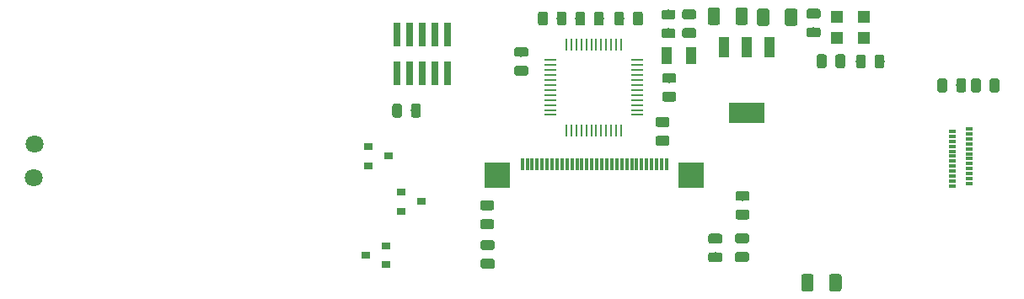
<source format=gbr>
G04 #@! TF.GenerationSoftware,KiCad,Pcbnew,5.0.2-bee76a0~70~ubuntu18.04.1*
G04 #@! TF.CreationDate,2019-06-21T11:09:07+02:00*
G04 #@! TF.ProjectId,RocketPCR,526f636b-6574-4504-9352-2e6b69636164,rev?*
G04 #@! TF.SameCoordinates,Original*
G04 #@! TF.FileFunction,Paste,Bot*
G04 #@! TF.FilePolarity,Positive*
%FSLAX46Y46*%
G04 Gerber Fmt 4.6, Leading zero omitted, Abs format (unit mm)*
G04 Created by KiCad (PCBNEW 5.0.2-bee76a0~70~ubuntu18.04.1) date Fr 21 Jun 2019 11:09:07 CEST*
%MOMM*%
%LPD*%
G01*
G04 APERTURE LIST*
%ADD10R,1.300000X0.250000*%
%ADD11R,0.250000X1.300000*%
%ADD12R,0.300000X1.250000*%
%ADD13R,2.500000X2.500000*%
%ADD14R,1.000000X1.800000*%
%ADD15R,1.198880X1.198880*%
%ADD16R,3.657600X2.032000*%
%ADD17R,1.016000X2.032000*%
%ADD18R,0.700000X0.300000*%
%ADD19R,0.740000X2.400000*%
%ADD20R,0.900000X0.800000*%
%ADD21C,0.100000*%
%ADD22C,1.250000*%
%ADD23C,0.975000*%
%ADD24C,1.800000*%
G04 APERTURE END LIST*
D10*
G04 #@! TO.C,U2*
X144027000Y-90061000D03*
X144027000Y-90561000D03*
X144027000Y-91061000D03*
X144027000Y-91561000D03*
X144027000Y-92061000D03*
X144027000Y-92561000D03*
X144027000Y-93061000D03*
X144027000Y-93561000D03*
X144027000Y-94061000D03*
X144027000Y-94561000D03*
X144027000Y-95061000D03*
X144027000Y-95561000D03*
D11*
X142427000Y-97161000D03*
X141927000Y-97161000D03*
X141427000Y-97161000D03*
X140927000Y-97161000D03*
X140427000Y-97161000D03*
X139927000Y-97161000D03*
X139427000Y-97161000D03*
X138927000Y-97161000D03*
X138427000Y-97161000D03*
X137927000Y-97161000D03*
X137427000Y-97161000D03*
X136927000Y-97161000D03*
D10*
X135327000Y-95561000D03*
X135327000Y-95061000D03*
X135327000Y-94561000D03*
X135327000Y-94061000D03*
X135327000Y-93561000D03*
X135327000Y-93061000D03*
X135327000Y-92561000D03*
X135327000Y-92061000D03*
X135327000Y-91561000D03*
X135327000Y-91061000D03*
X135327000Y-90561000D03*
X135327000Y-90061000D03*
D11*
X136927000Y-88461000D03*
X137427000Y-88461000D03*
X137927000Y-88461000D03*
X138427000Y-88461000D03*
X138927000Y-88461000D03*
X139427000Y-88461000D03*
X139927000Y-88461000D03*
X140427000Y-88461000D03*
X140927000Y-88461000D03*
X141427000Y-88461000D03*
X141927000Y-88461000D03*
X142427000Y-88461000D03*
G04 #@! TD*
D12*
G04 #@! TO.C,S1*
X146987000Y-100530000D03*
X144987000Y-100530000D03*
X145487000Y-100530000D03*
X146487000Y-100530000D03*
X145987000Y-100530000D03*
X143987000Y-100530000D03*
X144487000Y-100530000D03*
X143487000Y-100530000D03*
X142987000Y-100530000D03*
X139987000Y-100530000D03*
X140487000Y-100530000D03*
X141487000Y-100530000D03*
X140987000Y-100530000D03*
X142487000Y-100530000D03*
X141987000Y-100530000D03*
X134487000Y-100530000D03*
X134987000Y-100530000D03*
X133487000Y-100530000D03*
X133987000Y-100530000D03*
X132987000Y-100530000D03*
X132487000Y-100530000D03*
X135487000Y-100530000D03*
X135987000Y-100530000D03*
X136987000Y-100530000D03*
X136487000Y-100530000D03*
X138487000Y-100530000D03*
X138987000Y-100530000D03*
X137987000Y-100530000D03*
X137487000Y-100530000D03*
D13*
X129987000Y-101630000D03*
X149487000Y-101630000D03*
D12*
X139487000Y-100530000D03*
G04 #@! TD*
D14*
G04 #@! TO.C,Y1*
X149494000Y-89566400D03*
X146994000Y-89566400D03*
G04 #@! TD*
D15*
G04 #@! TO.C,LED2*
X164077000Y-87829040D03*
X164077000Y-85731000D03*
G04 #@! TD*
G04 #@! TO.C,LED1*
X166807000Y-87829040D03*
X166807000Y-85731000D03*
G04 #@! TD*
D16*
G04 #@! TO.C,U1*
X155057000Y-95329000D03*
D17*
X155057000Y-88725000D03*
X157343000Y-88725000D03*
X152771000Y-88725000D03*
G04 #@! TD*
D18*
G04 #@! TO.C,J3*
X175677000Y-97215000D03*
X175677000Y-97715000D03*
X175677000Y-98215000D03*
X175677000Y-98715000D03*
X175677000Y-99215000D03*
X175677000Y-99715000D03*
X175677000Y-100215000D03*
X175677000Y-102715000D03*
X175677000Y-101715000D03*
X175677000Y-101215000D03*
X175677000Y-100715000D03*
X175677000Y-102215000D03*
X177377000Y-102465000D03*
X177377000Y-101965000D03*
X177377000Y-101465000D03*
X177377000Y-100965000D03*
X177377000Y-100465000D03*
X177377000Y-99965000D03*
X177377000Y-99465000D03*
X177377000Y-98965000D03*
X177377000Y-98465000D03*
X177377000Y-97965000D03*
X177377000Y-97465000D03*
X177377000Y-96965000D03*
G04 #@! TD*
D19*
G04 #@! TO.C,J2*
X125026000Y-91409000D03*
X125026000Y-87509000D03*
X123756000Y-91409000D03*
X123756000Y-87509000D03*
X122486000Y-91409000D03*
X122486000Y-87509000D03*
X121216000Y-91409000D03*
X121216000Y-87509000D03*
X119946000Y-91409000D03*
X119946000Y-87509000D03*
G04 #@! TD*
D20*
G04 #@! TO.C,Q2*
X120343000Y-105223000D03*
X120343000Y-103323000D03*
X122343000Y-104273000D03*
G04 #@! TD*
G04 #@! TO.C,Q1*
X118777600Y-108723000D03*
X118777600Y-110623000D03*
X116777600Y-109673000D03*
G04 #@! TD*
G04 #@! TO.C,Q3*
X117015600Y-100651000D03*
X117015600Y-98751000D03*
X119015600Y-99701000D03*
G04 #@! TD*
D21*
G04 #@! TO.C,C2*
G36*
X159896504Y-84861204D02*
X159920773Y-84864804D01*
X159944571Y-84870765D01*
X159967671Y-84879030D01*
X159989849Y-84889520D01*
X160010893Y-84902133D01*
X160030598Y-84916747D01*
X160048777Y-84933223D01*
X160065253Y-84951402D01*
X160079867Y-84971107D01*
X160092480Y-84992151D01*
X160102970Y-85014329D01*
X160111235Y-85037429D01*
X160117196Y-85061227D01*
X160120796Y-85085496D01*
X160122000Y-85110000D01*
X160122000Y-86360000D01*
X160120796Y-86384504D01*
X160117196Y-86408773D01*
X160111235Y-86432571D01*
X160102970Y-86455671D01*
X160092480Y-86477849D01*
X160079867Y-86498893D01*
X160065253Y-86518598D01*
X160048777Y-86536777D01*
X160030598Y-86553253D01*
X160010893Y-86567867D01*
X159989849Y-86580480D01*
X159967671Y-86590970D01*
X159944571Y-86599235D01*
X159920773Y-86605196D01*
X159896504Y-86608796D01*
X159872000Y-86610000D01*
X159122000Y-86610000D01*
X159097496Y-86608796D01*
X159073227Y-86605196D01*
X159049429Y-86599235D01*
X159026329Y-86590970D01*
X159004151Y-86580480D01*
X158983107Y-86567867D01*
X158963402Y-86553253D01*
X158945223Y-86536777D01*
X158928747Y-86518598D01*
X158914133Y-86498893D01*
X158901520Y-86477849D01*
X158891030Y-86455671D01*
X158882765Y-86432571D01*
X158876804Y-86408773D01*
X158873204Y-86384504D01*
X158872000Y-86360000D01*
X158872000Y-85110000D01*
X158873204Y-85085496D01*
X158876804Y-85061227D01*
X158882765Y-85037429D01*
X158891030Y-85014329D01*
X158901520Y-84992151D01*
X158914133Y-84971107D01*
X158928747Y-84951402D01*
X158945223Y-84933223D01*
X158963402Y-84916747D01*
X158983107Y-84902133D01*
X159004151Y-84889520D01*
X159026329Y-84879030D01*
X159049429Y-84870765D01*
X159073227Y-84864804D01*
X159097496Y-84861204D01*
X159122000Y-84860000D01*
X159872000Y-84860000D01*
X159896504Y-84861204D01*
X159896504Y-84861204D01*
G37*
D22*
X159497000Y-85735000D03*
D21*
G36*
X157096504Y-84861204D02*
X157120773Y-84864804D01*
X157144571Y-84870765D01*
X157167671Y-84879030D01*
X157189849Y-84889520D01*
X157210893Y-84902133D01*
X157230598Y-84916747D01*
X157248777Y-84933223D01*
X157265253Y-84951402D01*
X157279867Y-84971107D01*
X157292480Y-84992151D01*
X157302970Y-85014329D01*
X157311235Y-85037429D01*
X157317196Y-85061227D01*
X157320796Y-85085496D01*
X157322000Y-85110000D01*
X157322000Y-86360000D01*
X157320796Y-86384504D01*
X157317196Y-86408773D01*
X157311235Y-86432571D01*
X157302970Y-86455671D01*
X157292480Y-86477849D01*
X157279867Y-86498893D01*
X157265253Y-86518598D01*
X157248777Y-86536777D01*
X157230598Y-86553253D01*
X157210893Y-86567867D01*
X157189849Y-86580480D01*
X157167671Y-86590970D01*
X157144571Y-86599235D01*
X157120773Y-86605196D01*
X157096504Y-86608796D01*
X157072000Y-86610000D01*
X156322000Y-86610000D01*
X156297496Y-86608796D01*
X156273227Y-86605196D01*
X156249429Y-86599235D01*
X156226329Y-86590970D01*
X156204151Y-86580480D01*
X156183107Y-86567867D01*
X156163402Y-86553253D01*
X156145223Y-86536777D01*
X156128747Y-86518598D01*
X156114133Y-86498893D01*
X156101520Y-86477849D01*
X156091030Y-86455671D01*
X156082765Y-86432571D01*
X156076804Y-86408773D01*
X156073204Y-86384504D01*
X156072000Y-86360000D01*
X156072000Y-85110000D01*
X156073204Y-85085496D01*
X156076804Y-85061227D01*
X156082765Y-85037429D01*
X156091030Y-85014329D01*
X156101520Y-84992151D01*
X156114133Y-84971107D01*
X156128747Y-84951402D01*
X156145223Y-84933223D01*
X156163402Y-84916747D01*
X156183107Y-84902133D01*
X156204151Y-84889520D01*
X156226329Y-84879030D01*
X156249429Y-84870765D01*
X156273227Y-84864804D01*
X156297496Y-84861204D01*
X156322000Y-84860000D01*
X157072000Y-84860000D01*
X157096504Y-84861204D01*
X157096504Y-84861204D01*
G37*
D22*
X156697000Y-85735000D03*
G04 #@! TD*
D21*
G04 #@! TO.C,C3*
G36*
X164341304Y-111552604D02*
X164365573Y-111556204D01*
X164389371Y-111562165D01*
X164412471Y-111570430D01*
X164434649Y-111580920D01*
X164455693Y-111593533D01*
X164475398Y-111608147D01*
X164493577Y-111624623D01*
X164510053Y-111642802D01*
X164524667Y-111662507D01*
X164537280Y-111683551D01*
X164547770Y-111705729D01*
X164556035Y-111728829D01*
X164561996Y-111752627D01*
X164565596Y-111776896D01*
X164566800Y-111801400D01*
X164566800Y-113051400D01*
X164565596Y-113075904D01*
X164561996Y-113100173D01*
X164556035Y-113123971D01*
X164547770Y-113147071D01*
X164537280Y-113169249D01*
X164524667Y-113190293D01*
X164510053Y-113209998D01*
X164493577Y-113228177D01*
X164475398Y-113244653D01*
X164455693Y-113259267D01*
X164434649Y-113271880D01*
X164412471Y-113282370D01*
X164389371Y-113290635D01*
X164365573Y-113296596D01*
X164341304Y-113300196D01*
X164316800Y-113301400D01*
X163566800Y-113301400D01*
X163542296Y-113300196D01*
X163518027Y-113296596D01*
X163494229Y-113290635D01*
X163471129Y-113282370D01*
X163448951Y-113271880D01*
X163427907Y-113259267D01*
X163408202Y-113244653D01*
X163390023Y-113228177D01*
X163373547Y-113209998D01*
X163358933Y-113190293D01*
X163346320Y-113169249D01*
X163335830Y-113147071D01*
X163327565Y-113123971D01*
X163321604Y-113100173D01*
X163318004Y-113075904D01*
X163316800Y-113051400D01*
X163316800Y-111801400D01*
X163318004Y-111776896D01*
X163321604Y-111752627D01*
X163327565Y-111728829D01*
X163335830Y-111705729D01*
X163346320Y-111683551D01*
X163358933Y-111662507D01*
X163373547Y-111642802D01*
X163390023Y-111624623D01*
X163408202Y-111608147D01*
X163427907Y-111593533D01*
X163448951Y-111580920D01*
X163471129Y-111570430D01*
X163494229Y-111562165D01*
X163518027Y-111556204D01*
X163542296Y-111552604D01*
X163566800Y-111551400D01*
X164316800Y-111551400D01*
X164341304Y-111552604D01*
X164341304Y-111552604D01*
G37*
D22*
X163941800Y-112426400D03*
D21*
G36*
X161541304Y-111552604D02*
X161565573Y-111556204D01*
X161589371Y-111562165D01*
X161612471Y-111570430D01*
X161634649Y-111580920D01*
X161655693Y-111593533D01*
X161675398Y-111608147D01*
X161693577Y-111624623D01*
X161710053Y-111642802D01*
X161724667Y-111662507D01*
X161737280Y-111683551D01*
X161747770Y-111705729D01*
X161756035Y-111728829D01*
X161761996Y-111752627D01*
X161765596Y-111776896D01*
X161766800Y-111801400D01*
X161766800Y-113051400D01*
X161765596Y-113075904D01*
X161761996Y-113100173D01*
X161756035Y-113123971D01*
X161747770Y-113147071D01*
X161737280Y-113169249D01*
X161724667Y-113190293D01*
X161710053Y-113209998D01*
X161693577Y-113228177D01*
X161675398Y-113244653D01*
X161655693Y-113259267D01*
X161634649Y-113271880D01*
X161612471Y-113282370D01*
X161589371Y-113290635D01*
X161565573Y-113296596D01*
X161541304Y-113300196D01*
X161516800Y-113301400D01*
X160766800Y-113301400D01*
X160742296Y-113300196D01*
X160718027Y-113296596D01*
X160694229Y-113290635D01*
X160671129Y-113282370D01*
X160648951Y-113271880D01*
X160627907Y-113259267D01*
X160608202Y-113244653D01*
X160590023Y-113228177D01*
X160573547Y-113209998D01*
X160558933Y-113190293D01*
X160546320Y-113169249D01*
X160535830Y-113147071D01*
X160527565Y-113123971D01*
X160521604Y-113100173D01*
X160518004Y-113075904D01*
X160516800Y-113051400D01*
X160516800Y-111801400D01*
X160518004Y-111776896D01*
X160521604Y-111752627D01*
X160527565Y-111728829D01*
X160535830Y-111705729D01*
X160546320Y-111683551D01*
X160558933Y-111662507D01*
X160573547Y-111642802D01*
X160590023Y-111624623D01*
X160608202Y-111608147D01*
X160627907Y-111593533D01*
X160648951Y-111580920D01*
X160671129Y-111570430D01*
X160694229Y-111562165D01*
X160718027Y-111556204D01*
X160742296Y-111552604D01*
X160766800Y-111551400D01*
X161516800Y-111551400D01*
X161541304Y-111552604D01*
X161541304Y-111552604D01*
G37*
D22*
X161141800Y-112426400D03*
G04 #@! TD*
D21*
G04 #@! TO.C,C4*
G36*
X162234542Y-86766374D02*
X162258203Y-86769884D01*
X162281407Y-86775696D01*
X162303929Y-86783754D01*
X162325553Y-86793982D01*
X162346070Y-86806279D01*
X162365283Y-86820529D01*
X162383007Y-86836593D01*
X162399071Y-86854317D01*
X162413321Y-86873530D01*
X162425618Y-86894047D01*
X162435846Y-86915671D01*
X162443904Y-86938193D01*
X162449716Y-86961397D01*
X162453226Y-86985058D01*
X162454400Y-87008950D01*
X162454400Y-87496450D01*
X162453226Y-87520342D01*
X162449716Y-87544003D01*
X162443904Y-87567207D01*
X162435846Y-87589729D01*
X162425618Y-87611353D01*
X162413321Y-87631870D01*
X162399071Y-87651083D01*
X162383007Y-87668807D01*
X162365283Y-87684871D01*
X162346070Y-87699121D01*
X162325553Y-87711418D01*
X162303929Y-87721646D01*
X162281407Y-87729704D01*
X162258203Y-87735516D01*
X162234542Y-87739026D01*
X162210650Y-87740200D01*
X161298150Y-87740200D01*
X161274258Y-87739026D01*
X161250597Y-87735516D01*
X161227393Y-87729704D01*
X161204871Y-87721646D01*
X161183247Y-87711418D01*
X161162730Y-87699121D01*
X161143517Y-87684871D01*
X161125793Y-87668807D01*
X161109729Y-87651083D01*
X161095479Y-87631870D01*
X161083182Y-87611353D01*
X161072954Y-87589729D01*
X161064896Y-87567207D01*
X161059084Y-87544003D01*
X161055574Y-87520342D01*
X161054400Y-87496450D01*
X161054400Y-87008950D01*
X161055574Y-86985058D01*
X161059084Y-86961397D01*
X161064896Y-86938193D01*
X161072954Y-86915671D01*
X161083182Y-86894047D01*
X161095479Y-86873530D01*
X161109729Y-86854317D01*
X161125793Y-86836593D01*
X161143517Y-86820529D01*
X161162730Y-86806279D01*
X161183247Y-86793982D01*
X161204871Y-86783754D01*
X161227393Y-86775696D01*
X161250597Y-86769884D01*
X161274258Y-86766374D01*
X161298150Y-86765200D01*
X162210650Y-86765200D01*
X162234542Y-86766374D01*
X162234542Y-86766374D01*
G37*
D23*
X161754400Y-87252700D03*
D21*
G36*
X162234542Y-84891374D02*
X162258203Y-84894884D01*
X162281407Y-84900696D01*
X162303929Y-84908754D01*
X162325553Y-84918982D01*
X162346070Y-84931279D01*
X162365283Y-84945529D01*
X162383007Y-84961593D01*
X162399071Y-84979317D01*
X162413321Y-84998530D01*
X162425618Y-85019047D01*
X162435846Y-85040671D01*
X162443904Y-85063193D01*
X162449716Y-85086397D01*
X162453226Y-85110058D01*
X162454400Y-85133950D01*
X162454400Y-85621450D01*
X162453226Y-85645342D01*
X162449716Y-85669003D01*
X162443904Y-85692207D01*
X162435846Y-85714729D01*
X162425618Y-85736353D01*
X162413321Y-85756870D01*
X162399071Y-85776083D01*
X162383007Y-85793807D01*
X162365283Y-85809871D01*
X162346070Y-85824121D01*
X162325553Y-85836418D01*
X162303929Y-85846646D01*
X162281407Y-85854704D01*
X162258203Y-85860516D01*
X162234542Y-85864026D01*
X162210650Y-85865200D01*
X161298150Y-85865200D01*
X161274258Y-85864026D01*
X161250597Y-85860516D01*
X161227393Y-85854704D01*
X161204871Y-85846646D01*
X161183247Y-85836418D01*
X161162730Y-85824121D01*
X161143517Y-85809871D01*
X161125793Y-85793807D01*
X161109729Y-85776083D01*
X161095479Y-85756870D01*
X161083182Y-85736353D01*
X161072954Y-85714729D01*
X161064896Y-85692207D01*
X161059084Y-85669003D01*
X161055574Y-85645342D01*
X161054400Y-85621450D01*
X161054400Y-85133950D01*
X161055574Y-85110058D01*
X161059084Y-85086397D01*
X161064896Y-85063193D01*
X161072954Y-85040671D01*
X161083182Y-85019047D01*
X161095479Y-84998530D01*
X161109729Y-84979317D01*
X161125793Y-84961593D01*
X161143517Y-84945529D01*
X161162730Y-84931279D01*
X161183247Y-84918982D01*
X161204871Y-84908754D01*
X161227393Y-84900696D01*
X161250597Y-84894884D01*
X161274258Y-84891374D01*
X161298150Y-84890200D01*
X162210650Y-84890200D01*
X162234542Y-84891374D01*
X162234542Y-84891374D01*
G37*
D23*
X161754400Y-85377700D03*
G04 #@! TD*
D21*
G04 #@! TO.C,R4*
G36*
X122065542Y-94430174D02*
X122089203Y-94433684D01*
X122112407Y-94439496D01*
X122134929Y-94447554D01*
X122156553Y-94457782D01*
X122177070Y-94470079D01*
X122196283Y-94484329D01*
X122214007Y-94500393D01*
X122230071Y-94518117D01*
X122244321Y-94537330D01*
X122256618Y-94557847D01*
X122266846Y-94579471D01*
X122274904Y-94601993D01*
X122280716Y-94625197D01*
X122284226Y-94648858D01*
X122285400Y-94672750D01*
X122285400Y-95585250D01*
X122284226Y-95609142D01*
X122280716Y-95632803D01*
X122274904Y-95656007D01*
X122266846Y-95678529D01*
X122256618Y-95700153D01*
X122244321Y-95720670D01*
X122230071Y-95739883D01*
X122214007Y-95757607D01*
X122196283Y-95773671D01*
X122177070Y-95787921D01*
X122156553Y-95800218D01*
X122134929Y-95810446D01*
X122112407Y-95818504D01*
X122089203Y-95824316D01*
X122065542Y-95827826D01*
X122041650Y-95829000D01*
X121554150Y-95829000D01*
X121530258Y-95827826D01*
X121506597Y-95824316D01*
X121483393Y-95818504D01*
X121460871Y-95810446D01*
X121439247Y-95800218D01*
X121418730Y-95787921D01*
X121399517Y-95773671D01*
X121381793Y-95757607D01*
X121365729Y-95739883D01*
X121351479Y-95720670D01*
X121339182Y-95700153D01*
X121328954Y-95678529D01*
X121320896Y-95656007D01*
X121315084Y-95632803D01*
X121311574Y-95609142D01*
X121310400Y-95585250D01*
X121310400Y-94672750D01*
X121311574Y-94648858D01*
X121315084Y-94625197D01*
X121320896Y-94601993D01*
X121328954Y-94579471D01*
X121339182Y-94557847D01*
X121351479Y-94537330D01*
X121365729Y-94518117D01*
X121381793Y-94500393D01*
X121399517Y-94484329D01*
X121418730Y-94470079D01*
X121439247Y-94457782D01*
X121460871Y-94447554D01*
X121483393Y-94439496D01*
X121506597Y-94433684D01*
X121530258Y-94430174D01*
X121554150Y-94429000D01*
X122041650Y-94429000D01*
X122065542Y-94430174D01*
X122065542Y-94430174D01*
G37*
D23*
X121797900Y-95129000D03*
D21*
G36*
X120190542Y-94430174D02*
X120214203Y-94433684D01*
X120237407Y-94439496D01*
X120259929Y-94447554D01*
X120281553Y-94457782D01*
X120302070Y-94470079D01*
X120321283Y-94484329D01*
X120339007Y-94500393D01*
X120355071Y-94518117D01*
X120369321Y-94537330D01*
X120381618Y-94557847D01*
X120391846Y-94579471D01*
X120399904Y-94601993D01*
X120405716Y-94625197D01*
X120409226Y-94648858D01*
X120410400Y-94672750D01*
X120410400Y-95585250D01*
X120409226Y-95609142D01*
X120405716Y-95632803D01*
X120399904Y-95656007D01*
X120391846Y-95678529D01*
X120381618Y-95700153D01*
X120369321Y-95720670D01*
X120355071Y-95739883D01*
X120339007Y-95757607D01*
X120321283Y-95773671D01*
X120302070Y-95787921D01*
X120281553Y-95800218D01*
X120259929Y-95810446D01*
X120237407Y-95818504D01*
X120214203Y-95824316D01*
X120190542Y-95827826D01*
X120166650Y-95829000D01*
X119679150Y-95829000D01*
X119655258Y-95827826D01*
X119631597Y-95824316D01*
X119608393Y-95818504D01*
X119585871Y-95810446D01*
X119564247Y-95800218D01*
X119543730Y-95787921D01*
X119524517Y-95773671D01*
X119506793Y-95757607D01*
X119490729Y-95739883D01*
X119476479Y-95720670D01*
X119464182Y-95700153D01*
X119453954Y-95678529D01*
X119445896Y-95656007D01*
X119440084Y-95632803D01*
X119436574Y-95609142D01*
X119435400Y-95585250D01*
X119435400Y-94672750D01*
X119436574Y-94648858D01*
X119440084Y-94625197D01*
X119445896Y-94601993D01*
X119453954Y-94579471D01*
X119464182Y-94557847D01*
X119476479Y-94537330D01*
X119490729Y-94518117D01*
X119506793Y-94500393D01*
X119524517Y-94484329D01*
X119543730Y-94470079D01*
X119564247Y-94457782D01*
X119585871Y-94447554D01*
X119608393Y-94439496D01*
X119631597Y-94433684D01*
X119655258Y-94430174D01*
X119679150Y-94429000D01*
X120166650Y-94429000D01*
X120190542Y-94430174D01*
X120190542Y-94430174D01*
G37*
D23*
X119922900Y-95129000D03*
G04 #@! TD*
D21*
G04 #@! TO.C,C1*
G36*
X138580142Y-85184574D02*
X138603803Y-85188084D01*
X138627007Y-85193896D01*
X138649529Y-85201954D01*
X138671153Y-85212182D01*
X138691670Y-85224479D01*
X138710883Y-85238729D01*
X138728607Y-85254793D01*
X138744671Y-85272517D01*
X138758921Y-85291730D01*
X138771218Y-85312247D01*
X138781446Y-85333871D01*
X138789504Y-85356393D01*
X138795316Y-85379597D01*
X138798826Y-85403258D01*
X138800000Y-85427150D01*
X138800000Y-86339650D01*
X138798826Y-86363542D01*
X138795316Y-86387203D01*
X138789504Y-86410407D01*
X138781446Y-86432929D01*
X138771218Y-86454553D01*
X138758921Y-86475070D01*
X138744671Y-86494283D01*
X138728607Y-86512007D01*
X138710883Y-86528071D01*
X138691670Y-86542321D01*
X138671153Y-86554618D01*
X138649529Y-86564846D01*
X138627007Y-86572904D01*
X138603803Y-86578716D01*
X138580142Y-86582226D01*
X138556250Y-86583400D01*
X138068750Y-86583400D01*
X138044858Y-86582226D01*
X138021197Y-86578716D01*
X137997993Y-86572904D01*
X137975471Y-86564846D01*
X137953847Y-86554618D01*
X137933330Y-86542321D01*
X137914117Y-86528071D01*
X137896393Y-86512007D01*
X137880329Y-86494283D01*
X137866079Y-86475070D01*
X137853782Y-86454553D01*
X137843554Y-86432929D01*
X137835496Y-86410407D01*
X137829684Y-86387203D01*
X137826174Y-86363542D01*
X137825000Y-86339650D01*
X137825000Y-85427150D01*
X137826174Y-85403258D01*
X137829684Y-85379597D01*
X137835496Y-85356393D01*
X137843554Y-85333871D01*
X137853782Y-85312247D01*
X137866079Y-85291730D01*
X137880329Y-85272517D01*
X137896393Y-85254793D01*
X137914117Y-85238729D01*
X137933330Y-85224479D01*
X137953847Y-85212182D01*
X137975471Y-85201954D01*
X137997993Y-85193896D01*
X138021197Y-85188084D01*
X138044858Y-85184574D01*
X138068750Y-85183400D01*
X138556250Y-85183400D01*
X138580142Y-85184574D01*
X138580142Y-85184574D01*
G37*
D23*
X138312500Y-85883400D03*
D21*
G36*
X140455142Y-85184574D02*
X140478803Y-85188084D01*
X140502007Y-85193896D01*
X140524529Y-85201954D01*
X140546153Y-85212182D01*
X140566670Y-85224479D01*
X140585883Y-85238729D01*
X140603607Y-85254793D01*
X140619671Y-85272517D01*
X140633921Y-85291730D01*
X140646218Y-85312247D01*
X140656446Y-85333871D01*
X140664504Y-85356393D01*
X140670316Y-85379597D01*
X140673826Y-85403258D01*
X140675000Y-85427150D01*
X140675000Y-86339650D01*
X140673826Y-86363542D01*
X140670316Y-86387203D01*
X140664504Y-86410407D01*
X140656446Y-86432929D01*
X140646218Y-86454553D01*
X140633921Y-86475070D01*
X140619671Y-86494283D01*
X140603607Y-86512007D01*
X140585883Y-86528071D01*
X140566670Y-86542321D01*
X140546153Y-86554618D01*
X140524529Y-86564846D01*
X140502007Y-86572904D01*
X140478803Y-86578716D01*
X140455142Y-86582226D01*
X140431250Y-86583400D01*
X139943750Y-86583400D01*
X139919858Y-86582226D01*
X139896197Y-86578716D01*
X139872993Y-86572904D01*
X139850471Y-86564846D01*
X139828847Y-86554618D01*
X139808330Y-86542321D01*
X139789117Y-86528071D01*
X139771393Y-86512007D01*
X139755329Y-86494283D01*
X139741079Y-86475070D01*
X139728782Y-86454553D01*
X139718554Y-86432929D01*
X139710496Y-86410407D01*
X139704684Y-86387203D01*
X139701174Y-86363542D01*
X139700000Y-86339650D01*
X139700000Y-85427150D01*
X139701174Y-85403258D01*
X139704684Y-85379597D01*
X139710496Y-85356393D01*
X139718554Y-85333871D01*
X139728782Y-85312247D01*
X139741079Y-85291730D01*
X139755329Y-85272517D01*
X139771393Y-85254793D01*
X139789117Y-85238729D01*
X139808330Y-85224479D01*
X139828847Y-85212182D01*
X139850471Y-85201954D01*
X139872993Y-85193896D01*
X139896197Y-85188084D01*
X139919858Y-85184574D01*
X139943750Y-85183400D01*
X140431250Y-85183400D01*
X140455142Y-85184574D01*
X140455142Y-85184574D01*
G37*
D23*
X140187500Y-85883400D03*
G04 #@! TD*
D21*
G04 #@! TO.C,C5*
G36*
X154936504Y-84761204D02*
X154960773Y-84764804D01*
X154984571Y-84770765D01*
X155007671Y-84779030D01*
X155029849Y-84789520D01*
X155050893Y-84802133D01*
X155070598Y-84816747D01*
X155088777Y-84833223D01*
X155105253Y-84851402D01*
X155119867Y-84871107D01*
X155132480Y-84892151D01*
X155142970Y-84914329D01*
X155151235Y-84937429D01*
X155157196Y-84961227D01*
X155160796Y-84985496D01*
X155162000Y-85010000D01*
X155162000Y-86260000D01*
X155160796Y-86284504D01*
X155157196Y-86308773D01*
X155151235Y-86332571D01*
X155142970Y-86355671D01*
X155132480Y-86377849D01*
X155119867Y-86398893D01*
X155105253Y-86418598D01*
X155088777Y-86436777D01*
X155070598Y-86453253D01*
X155050893Y-86467867D01*
X155029849Y-86480480D01*
X155007671Y-86490970D01*
X154984571Y-86499235D01*
X154960773Y-86505196D01*
X154936504Y-86508796D01*
X154912000Y-86510000D01*
X154162000Y-86510000D01*
X154137496Y-86508796D01*
X154113227Y-86505196D01*
X154089429Y-86499235D01*
X154066329Y-86490970D01*
X154044151Y-86480480D01*
X154023107Y-86467867D01*
X154003402Y-86453253D01*
X153985223Y-86436777D01*
X153968747Y-86418598D01*
X153954133Y-86398893D01*
X153941520Y-86377849D01*
X153931030Y-86355671D01*
X153922765Y-86332571D01*
X153916804Y-86308773D01*
X153913204Y-86284504D01*
X153912000Y-86260000D01*
X153912000Y-85010000D01*
X153913204Y-84985496D01*
X153916804Y-84961227D01*
X153922765Y-84937429D01*
X153931030Y-84914329D01*
X153941520Y-84892151D01*
X153954133Y-84871107D01*
X153968747Y-84851402D01*
X153985223Y-84833223D01*
X154003402Y-84816747D01*
X154023107Y-84802133D01*
X154044151Y-84789520D01*
X154066329Y-84779030D01*
X154089429Y-84770765D01*
X154113227Y-84764804D01*
X154137496Y-84761204D01*
X154162000Y-84760000D01*
X154912000Y-84760000D01*
X154936504Y-84761204D01*
X154936504Y-84761204D01*
G37*
D22*
X154537000Y-85635000D03*
D21*
G36*
X152136504Y-84761204D02*
X152160773Y-84764804D01*
X152184571Y-84770765D01*
X152207671Y-84779030D01*
X152229849Y-84789520D01*
X152250893Y-84802133D01*
X152270598Y-84816747D01*
X152288777Y-84833223D01*
X152305253Y-84851402D01*
X152319867Y-84871107D01*
X152332480Y-84892151D01*
X152342970Y-84914329D01*
X152351235Y-84937429D01*
X152357196Y-84961227D01*
X152360796Y-84985496D01*
X152362000Y-85010000D01*
X152362000Y-86260000D01*
X152360796Y-86284504D01*
X152357196Y-86308773D01*
X152351235Y-86332571D01*
X152342970Y-86355671D01*
X152332480Y-86377849D01*
X152319867Y-86398893D01*
X152305253Y-86418598D01*
X152288777Y-86436777D01*
X152270598Y-86453253D01*
X152250893Y-86467867D01*
X152229849Y-86480480D01*
X152207671Y-86490970D01*
X152184571Y-86499235D01*
X152160773Y-86505196D01*
X152136504Y-86508796D01*
X152112000Y-86510000D01*
X151362000Y-86510000D01*
X151337496Y-86508796D01*
X151313227Y-86505196D01*
X151289429Y-86499235D01*
X151266329Y-86490970D01*
X151244151Y-86480480D01*
X151223107Y-86467867D01*
X151203402Y-86453253D01*
X151185223Y-86436777D01*
X151168747Y-86418598D01*
X151154133Y-86398893D01*
X151141520Y-86377849D01*
X151131030Y-86355671D01*
X151122765Y-86332571D01*
X151116804Y-86308773D01*
X151113204Y-86284504D01*
X151112000Y-86260000D01*
X151112000Y-85010000D01*
X151113204Y-84985496D01*
X151116804Y-84961227D01*
X151122765Y-84937429D01*
X151131030Y-84914329D01*
X151141520Y-84892151D01*
X151154133Y-84871107D01*
X151168747Y-84851402D01*
X151185223Y-84833223D01*
X151203402Y-84816747D01*
X151223107Y-84802133D01*
X151244151Y-84789520D01*
X151266329Y-84779030D01*
X151289429Y-84770765D01*
X151313227Y-84764804D01*
X151337496Y-84761204D01*
X151362000Y-84760000D01*
X152112000Y-84760000D01*
X152136504Y-84761204D01*
X152136504Y-84761204D01*
G37*
D22*
X151737000Y-85635000D03*
G04 #@! TD*
D21*
G04 #@! TO.C,C7*
G36*
X142501142Y-85184574D02*
X142524803Y-85188084D01*
X142548007Y-85193896D01*
X142570529Y-85201954D01*
X142592153Y-85212182D01*
X142612670Y-85224479D01*
X142631883Y-85238729D01*
X142649607Y-85254793D01*
X142665671Y-85272517D01*
X142679921Y-85291730D01*
X142692218Y-85312247D01*
X142702446Y-85333871D01*
X142710504Y-85356393D01*
X142716316Y-85379597D01*
X142719826Y-85403258D01*
X142721000Y-85427150D01*
X142721000Y-86339650D01*
X142719826Y-86363542D01*
X142716316Y-86387203D01*
X142710504Y-86410407D01*
X142702446Y-86432929D01*
X142692218Y-86454553D01*
X142679921Y-86475070D01*
X142665671Y-86494283D01*
X142649607Y-86512007D01*
X142631883Y-86528071D01*
X142612670Y-86542321D01*
X142592153Y-86554618D01*
X142570529Y-86564846D01*
X142548007Y-86572904D01*
X142524803Y-86578716D01*
X142501142Y-86582226D01*
X142477250Y-86583400D01*
X141989750Y-86583400D01*
X141965858Y-86582226D01*
X141942197Y-86578716D01*
X141918993Y-86572904D01*
X141896471Y-86564846D01*
X141874847Y-86554618D01*
X141854330Y-86542321D01*
X141835117Y-86528071D01*
X141817393Y-86512007D01*
X141801329Y-86494283D01*
X141787079Y-86475070D01*
X141774782Y-86454553D01*
X141764554Y-86432929D01*
X141756496Y-86410407D01*
X141750684Y-86387203D01*
X141747174Y-86363542D01*
X141746000Y-86339650D01*
X141746000Y-85427150D01*
X141747174Y-85403258D01*
X141750684Y-85379597D01*
X141756496Y-85356393D01*
X141764554Y-85333871D01*
X141774782Y-85312247D01*
X141787079Y-85291730D01*
X141801329Y-85272517D01*
X141817393Y-85254793D01*
X141835117Y-85238729D01*
X141854330Y-85224479D01*
X141874847Y-85212182D01*
X141896471Y-85201954D01*
X141918993Y-85193896D01*
X141942197Y-85188084D01*
X141965858Y-85184574D01*
X141989750Y-85183400D01*
X142477250Y-85183400D01*
X142501142Y-85184574D01*
X142501142Y-85184574D01*
G37*
D23*
X142233500Y-85883400D03*
D21*
G36*
X144376142Y-85184574D02*
X144399803Y-85188084D01*
X144423007Y-85193896D01*
X144445529Y-85201954D01*
X144467153Y-85212182D01*
X144487670Y-85224479D01*
X144506883Y-85238729D01*
X144524607Y-85254793D01*
X144540671Y-85272517D01*
X144554921Y-85291730D01*
X144567218Y-85312247D01*
X144577446Y-85333871D01*
X144585504Y-85356393D01*
X144591316Y-85379597D01*
X144594826Y-85403258D01*
X144596000Y-85427150D01*
X144596000Y-86339650D01*
X144594826Y-86363542D01*
X144591316Y-86387203D01*
X144585504Y-86410407D01*
X144577446Y-86432929D01*
X144567218Y-86454553D01*
X144554921Y-86475070D01*
X144540671Y-86494283D01*
X144524607Y-86512007D01*
X144506883Y-86528071D01*
X144487670Y-86542321D01*
X144467153Y-86554618D01*
X144445529Y-86564846D01*
X144423007Y-86572904D01*
X144399803Y-86578716D01*
X144376142Y-86582226D01*
X144352250Y-86583400D01*
X143864750Y-86583400D01*
X143840858Y-86582226D01*
X143817197Y-86578716D01*
X143793993Y-86572904D01*
X143771471Y-86564846D01*
X143749847Y-86554618D01*
X143729330Y-86542321D01*
X143710117Y-86528071D01*
X143692393Y-86512007D01*
X143676329Y-86494283D01*
X143662079Y-86475070D01*
X143649782Y-86454553D01*
X143639554Y-86432929D01*
X143631496Y-86410407D01*
X143625684Y-86387203D01*
X143622174Y-86363542D01*
X143621000Y-86339650D01*
X143621000Y-85427150D01*
X143622174Y-85403258D01*
X143625684Y-85379597D01*
X143631496Y-85356393D01*
X143639554Y-85333871D01*
X143649782Y-85312247D01*
X143662079Y-85291730D01*
X143676329Y-85272517D01*
X143692393Y-85254793D01*
X143710117Y-85238729D01*
X143729330Y-85224479D01*
X143749847Y-85212182D01*
X143771471Y-85201954D01*
X143793993Y-85193896D01*
X143817197Y-85188084D01*
X143840858Y-85184574D01*
X143864750Y-85183400D01*
X144352250Y-85183400D01*
X144376142Y-85184574D01*
X144376142Y-85184574D01*
G37*
D23*
X144108500Y-85883400D03*
G04 #@! TD*
D21*
G04 #@! TO.C,C8*
G36*
X132872142Y-88752174D02*
X132895803Y-88755684D01*
X132919007Y-88761496D01*
X132941529Y-88769554D01*
X132963153Y-88779782D01*
X132983670Y-88792079D01*
X133002883Y-88806329D01*
X133020607Y-88822393D01*
X133036671Y-88840117D01*
X133050921Y-88859330D01*
X133063218Y-88879847D01*
X133073446Y-88901471D01*
X133081504Y-88923993D01*
X133087316Y-88947197D01*
X133090826Y-88970858D01*
X133092000Y-88994750D01*
X133092000Y-89482250D01*
X133090826Y-89506142D01*
X133087316Y-89529803D01*
X133081504Y-89553007D01*
X133073446Y-89575529D01*
X133063218Y-89597153D01*
X133050921Y-89617670D01*
X133036671Y-89636883D01*
X133020607Y-89654607D01*
X133002883Y-89670671D01*
X132983670Y-89684921D01*
X132963153Y-89697218D01*
X132941529Y-89707446D01*
X132919007Y-89715504D01*
X132895803Y-89721316D01*
X132872142Y-89724826D01*
X132848250Y-89726000D01*
X131935750Y-89726000D01*
X131911858Y-89724826D01*
X131888197Y-89721316D01*
X131864993Y-89715504D01*
X131842471Y-89707446D01*
X131820847Y-89697218D01*
X131800330Y-89684921D01*
X131781117Y-89670671D01*
X131763393Y-89654607D01*
X131747329Y-89636883D01*
X131733079Y-89617670D01*
X131720782Y-89597153D01*
X131710554Y-89575529D01*
X131702496Y-89553007D01*
X131696684Y-89529803D01*
X131693174Y-89506142D01*
X131692000Y-89482250D01*
X131692000Y-88994750D01*
X131693174Y-88970858D01*
X131696684Y-88947197D01*
X131702496Y-88923993D01*
X131710554Y-88901471D01*
X131720782Y-88879847D01*
X131733079Y-88859330D01*
X131747329Y-88840117D01*
X131763393Y-88822393D01*
X131781117Y-88806329D01*
X131800330Y-88792079D01*
X131820847Y-88779782D01*
X131842471Y-88769554D01*
X131864993Y-88761496D01*
X131888197Y-88755684D01*
X131911858Y-88752174D01*
X131935750Y-88751000D01*
X132848250Y-88751000D01*
X132872142Y-88752174D01*
X132872142Y-88752174D01*
G37*
D23*
X132392000Y-89238500D03*
D21*
G36*
X132872142Y-90627174D02*
X132895803Y-90630684D01*
X132919007Y-90636496D01*
X132941529Y-90644554D01*
X132963153Y-90654782D01*
X132983670Y-90667079D01*
X133002883Y-90681329D01*
X133020607Y-90697393D01*
X133036671Y-90715117D01*
X133050921Y-90734330D01*
X133063218Y-90754847D01*
X133073446Y-90776471D01*
X133081504Y-90798993D01*
X133087316Y-90822197D01*
X133090826Y-90845858D01*
X133092000Y-90869750D01*
X133092000Y-91357250D01*
X133090826Y-91381142D01*
X133087316Y-91404803D01*
X133081504Y-91428007D01*
X133073446Y-91450529D01*
X133063218Y-91472153D01*
X133050921Y-91492670D01*
X133036671Y-91511883D01*
X133020607Y-91529607D01*
X133002883Y-91545671D01*
X132983670Y-91559921D01*
X132963153Y-91572218D01*
X132941529Y-91582446D01*
X132919007Y-91590504D01*
X132895803Y-91596316D01*
X132872142Y-91599826D01*
X132848250Y-91601000D01*
X131935750Y-91601000D01*
X131911858Y-91599826D01*
X131888197Y-91596316D01*
X131864993Y-91590504D01*
X131842471Y-91582446D01*
X131820847Y-91572218D01*
X131800330Y-91559921D01*
X131781117Y-91545671D01*
X131763393Y-91529607D01*
X131747329Y-91511883D01*
X131733079Y-91492670D01*
X131720782Y-91472153D01*
X131710554Y-91450529D01*
X131702496Y-91428007D01*
X131696684Y-91404803D01*
X131693174Y-91381142D01*
X131692000Y-91357250D01*
X131692000Y-90869750D01*
X131693174Y-90845858D01*
X131696684Y-90822197D01*
X131702496Y-90798993D01*
X131710554Y-90776471D01*
X131720782Y-90754847D01*
X131733079Y-90734330D01*
X131747329Y-90715117D01*
X131763393Y-90697393D01*
X131781117Y-90681329D01*
X131800330Y-90667079D01*
X131820847Y-90654782D01*
X131842471Y-90644554D01*
X131864993Y-90636496D01*
X131888197Y-90630684D01*
X131911858Y-90627174D01*
X131935750Y-90626000D01*
X132848250Y-90626000D01*
X132872142Y-90627174D01*
X132872142Y-90627174D01*
G37*
D23*
X132392000Y-91113500D03*
G04 #@! TD*
D21*
G04 #@! TO.C,C9*
G36*
X147057142Y-95791174D02*
X147080803Y-95794684D01*
X147104007Y-95800496D01*
X147126529Y-95808554D01*
X147148153Y-95818782D01*
X147168670Y-95831079D01*
X147187883Y-95845329D01*
X147205607Y-95861393D01*
X147221671Y-95879117D01*
X147235921Y-95898330D01*
X147248218Y-95918847D01*
X147258446Y-95940471D01*
X147266504Y-95962993D01*
X147272316Y-95986197D01*
X147275826Y-96009858D01*
X147277000Y-96033750D01*
X147277000Y-96521250D01*
X147275826Y-96545142D01*
X147272316Y-96568803D01*
X147266504Y-96592007D01*
X147258446Y-96614529D01*
X147248218Y-96636153D01*
X147235921Y-96656670D01*
X147221671Y-96675883D01*
X147205607Y-96693607D01*
X147187883Y-96709671D01*
X147168670Y-96723921D01*
X147148153Y-96736218D01*
X147126529Y-96746446D01*
X147104007Y-96754504D01*
X147080803Y-96760316D01*
X147057142Y-96763826D01*
X147033250Y-96765000D01*
X146120750Y-96765000D01*
X146096858Y-96763826D01*
X146073197Y-96760316D01*
X146049993Y-96754504D01*
X146027471Y-96746446D01*
X146005847Y-96736218D01*
X145985330Y-96723921D01*
X145966117Y-96709671D01*
X145948393Y-96693607D01*
X145932329Y-96675883D01*
X145918079Y-96656670D01*
X145905782Y-96636153D01*
X145895554Y-96614529D01*
X145887496Y-96592007D01*
X145881684Y-96568803D01*
X145878174Y-96545142D01*
X145877000Y-96521250D01*
X145877000Y-96033750D01*
X145878174Y-96009858D01*
X145881684Y-95986197D01*
X145887496Y-95962993D01*
X145895554Y-95940471D01*
X145905782Y-95918847D01*
X145918079Y-95898330D01*
X145932329Y-95879117D01*
X145948393Y-95861393D01*
X145966117Y-95845329D01*
X145985330Y-95831079D01*
X146005847Y-95818782D01*
X146027471Y-95808554D01*
X146049993Y-95800496D01*
X146073197Y-95794684D01*
X146096858Y-95791174D01*
X146120750Y-95790000D01*
X147033250Y-95790000D01*
X147057142Y-95791174D01*
X147057142Y-95791174D01*
G37*
D23*
X146577000Y-96277500D03*
D21*
G36*
X147057142Y-97666174D02*
X147080803Y-97669684D01*
X147104007Y-97675496D01*
X147126529Y-97683554D01*
X147148153Y-97693782D01*
X147168670Y-97706079D01*
X147187883Y-97720329D01*
X147205607Y-97736393D01*
X147221671Y-97754117D01*
X147235921Y-97773330D01*
X147248218Y-97793847D01*
X147258446Y-97815471D01*
X147266504Y-97837993D01*
X147272316Y-97861197D01*
X147275826Y-97884858D01*
X147277000Y-97908750D01*
X147277000Y-98396250D01*
X147275826Y-98420142D01*
X147272316Y-98443803D01*
X147266504Y-98467007D01*
X147258446Y-98489529D01*
X147248218Y-98511153D01*
X147235921Y-98531670D01*
X147221671Y-98550883D01*
X147205607Y-98568607D01*
X147187883Y-98584671D01*
X147168670Y-98598921D01*
X147148153Y-98611218D01*
X147126529Y-98621446D01*
X147104007Y-98629504D01*
X147080803Y-98635316D01*
X147057142Y-98638826D01*
X147033250Y-98640000D01*
X146120750Y-98640000D01*
X146096858Y-98638826D01*
X146073197Y-98635316D01*
X146049993Y-98629504D01*
X146027471Y-98621446D01*
X146005847Y-98611218D01*
X145985330Y-98598921D01*
X145966117Y-98584671D01*
X145948393Y-98568607D01*
X145932329Y-98550883D01*
X145918079Y-98531670D01*
X145905782Y-98511153D01*
X145895554Y-98489529D01*
X145887496Y-98467007D01*
X145881684Y-98443803D01*
X145878174Y-98420142D01*
X145877000Y-98396250D01*
X145877000Y-97908750D01*
X145878174Y-97884858D01*
X145881684Y-97861197D01*
X145887496Y-97837993D01*
X145895554Y-97815471D01*
X145905782Y-97793847D01*
X145918079Y-97773330D01*
X145932329Y-97754117D01*
X145948393Y-97736393D01*
X145966117Y-97720329D01*
X145985330Y-97706079D01*
X146005847Y-97693782D01*
X146027471Y-97683554D01*
X146049993Y-97675496D01*
X146073197Y-97669684D01*
X146096858Y-97666174D01*
X146120750Y-97665000D01*
X147033250Y-97665000D01*
X147057142Y-97666174D01*
X147057142Y-97666174D01*
G37*
D23*
X146577000Y-98152500D03*
G04 #@! TD*
D21*
G04 #@! TO.C,C10*
G36*
X147654942Y-86867974D02*
X147678603Y-86871484D01*
X147701807Y-86877296D01*
X147724329Y-86885354D01*
X147745953Y-86895582D01*
X147766470Y-86907879D01*
X147785683Y-86922129D01*
X147803407Y-86938193D01*
X147819471Y-86955917D01*
X147833721Y-86975130D01*
X147846018Y-86995647D01*
X147856246Y-87017271D01*
X147864304Y-87039793D01*
X147870116Y-87062997D01*
X147873626Y-87086658D01*
X147874800Y-87110550D01*
X147874800Y-87598050D01*
X147873626Y-87621942D01*
X147870116Y-87645603D01*
X147864304Y-87668807D01*
X147856246Y-87691329D01*
X147846018Y-87712953D01*
X147833721Y-87733470D01*
X147819471Y-87752683D01*
X147803407Y-87770407D01*
X147785683Y-87786471D01*
X147766470Y-87800721D01*
X147745953Y-87813018D01*
X147724329Y-87823246D01*
X147701807Y-87831304D01*
X147678603Y-87837116D01*
X147654942Y-87840626D01*
X147631050Y-87841800D01*
X146718550Y-87841800D01*
X146694658Y-87840626D01*
X146670997Y-87837116D01*
X146647793Y-87831304D01*
X146625271Y-87823246D01*
X146603647Y-87813018D01*
X146583130Y-87800721D01*
X146563917Y-87786471D01*
X146546193Y-87770407D01*
X146530129Y-87752683D01*
X146515879Y-87733470D01*
X146503582Y-87712953D01*
X146493354Y-87691329D01*
X146485296Y-87668807D01*
X146479484Y-87645603D01*
X146475974Y-87621942D01*
X146474800Y-87598050D01*
X146474800Y-87110550D01*
X146475974Y-87086658D01*
X146479484Y-87062997D01*
X146485296Y-87039793D01*
X146493354Y-87017271D01*
X146503582Y-86995647D01*
X146515879Y-86975130D01*
X146530129Y-86955917D01*
X146546193Y-86938193D01*
X146563917Y-86922129D01*
X146583130Y-86907879D01*
X146603647Y-86895582D01*
X146625271Y-86885354D01*
X146647793Y-86877296D01*
X146670997Y-86871484D01*
X146694658Y-86867974D01*
X146718550Y-86866800D01*
X147631050Y-86866800D01*
X147654942Y-86867974D01*
X147654942Y-86867974D01*
G37*
D23*
X147174800Y-87354300D03*
D21*
G36*
X147654942Y-84992974D02*
X147678603Y-84996484D01*
X147701807Y-85002296D01*
X147724329Y-85010354D01*
X147745953Y-85020582D01*
X147766470Y-85032879D01*
X147785683Y-85047129D01*
X147803407Y-85063193D01*
X147819471Y-85080917D01*
X147833721Y-85100130D01*
X147846018Y-85120647D01*
X147856246Y-85142271D01*
X147864304Y-85164793D01*
X147870116Y-85187997D01*
X147873626Y-85211658D01*
X147874800Y-85235550D01*
X147874800Y-85723050D01*
X147873626Y-85746942D01*
X147870116Y-85770603D01*
X147864304Y-85793807D01*
X147856246Y-85816329D01*
X147846018Y-85837953D01*
X147833721Y-85858470D01*
X147819471Y-85877683D01*
X147803407Y-85895407D01*
X147785683Y-85911471D01*
X147766470Y-85925721D01*
X147745953Y-85938018D01*
X147724329Y-85948246D01*
X147701807Y-85956304D01*
X147678603Y-85962116D01*
X147654942Y-85965626D01*
X147631050Y-85966800D01*
X146718550Y-85966800D01*
X146694658Y-85965626D01*
X146670997Y-85962116D01*
X146647793Y-85956304D01*
X146625271Y-85948246D01*
X146603647Y-85938018D01*
X146583130Y-85925721D01*
X146563917Y-85911471D01*
X146546193Y-85895407D01*
X146530129Y-85877683D01*
X146515879Y-85858470D01*
X146503582Y-85837953D01*
X146493354Y-85816329D01*
X146485296Y-85793807D01*
X146479484Y-85770603D01*
X146475974Y-85746942D01*
X146474800Y-85723050D01*
X146474800Y-85235550D01*
X146475974Y-85211658D01*
X146479484Y-85187997D01*
X146485296Y-85164793D01*
X146493354Y-85142271D01*
X146503582Y-85120647D01*
X146515879Y-85100130D01*
X146530129Y-85080917D01*
X146546193Y-85063193D01*
X146563917Y-85047129D01*
X146583130Y-85032879D01*
X146603647Y-85020582D01*
X146625271Y-85010354D01*
X146647793Y-85002296D01*
X146670997Y-84996484D01*
X146694658Y-84992974D01*
X146718550Y-84991800D01*
X147631050Y-84991800D01*
X147654942Y-84992974D01*
X147654942Y-84992974D01*
G37*
D23*
X147174800Y-85479300D03*
G04 #@! TD*
D21*
G04 #@! TO.C,C11*
G36*
X149737742Y-84967574D02*
X149761403Y-84971084D01*
X149784607Y-84976896D01*
X149807129Y-84984954D01*
X149828753Y-84995182D01*
X149849270Y-85007479D01*
X149868483Y-85021729D01*
X149886207Y-85037793D01*
X149902271Y-85055517D01*
X149916521Y-85074730D01*
X149928818Y-85095247D01*
X149939046Y-85116871D01*
X149947104Y-85139393D01*
X149952916Y-85162597D01*
X149956426Y-85186258D01*
X149957600Y-85210150D01*
X149957600Y-85697650D01*
X149956426Y-85721542D01*
X149952916Y-85745203D01*
X149947104Y-85768407D01*
X149939046Y-85790929D01*
X149928818Y-85812553D01*
X149916521Y-85833070D01*
X149902271Y-85852283D01*
X149886207Y-85870007D01*
X149868483Y-85886071D01*
X149849270Y-85900321D01*
X149828753Y-85912618D01*
X149807129Y-85922846D01*
X149784607Y-85930904D01*
X149761403Y-85936716D01*
X149737742Y-85940226D01*
X149713850Y-85941400D01*
X148801350Y-85941400D01*
X148777458Y-85940226D01*
X148753797Y-85936716D01*
X148730593Y-85930904D01*
X148708071Y-85922846D01*
X148686447Y-85912618D01*
X148665930Y-85900321D01*
X148646717Y-85886071D01*
X148628993Y-85870007D01*
X148612929Y-85852283D01*
X148598679Y-85833070D01*
X148586382Y-85812553D01*
X148576154Y-85790929D01*
X148568096Y-85768407D01*
X148562284Y-85745203D01*
X148558774Y-85721542D01*
X148557600Y-85697650D01*
X148557600Y-85210150D01*
X148558774Y-85186258D01*
X148562284Y-85162597D01*
X148568096Y-85139393D01*
X148576154Y-85116871D01*
X148586382Y-85095247D01*
X148598679Y-85074730D01*
X148612929Y-85055517D01*
X148628993Y-85037793D01*
X148646717Y-85021729D01*
X148665930Y-85007479D01*
X148686447Y-84995182D01*
X148708071Y-84984954D01*
X148730593Y-84976896D01*
X148753797Y-84971084D01*
X148777458Y-84967574D01*
X148801350Y-84966400D01*
X149713850Y-84966400D01*
X149737742Y-84967574D01*
X149737742Y-84967574D01*
G37*
D23*
X149257600Y-85453900D03*
D21*
G36*
X149737742Y-86842574D02*
X149761403Y-86846084D01*
X149784607Y-86851896D01*
X149807129Y-86859954D01*
X149828753Y-86870182D01*
X149849270Y-86882479D01*
X149868483Y-86896729D01*
X149886207Y-86912793D01*
X149902271Y-86930517D01*
X149916521Y-86949730D01*
X149928818Y-86970247D01*
X149939046Y-86991871D01*
X149947104Y-87014393D01*
X149952916Y-87037597D01*
X149956426Y-87061258D01*
X149957600Y-87085150D01*
X149957600Y-87572650D01*
X149956426Y-87596542D01*
X149952916Y-87620203D01*
X149947104Y-87643407D01*
X149939046Y-87665929D01*
X149928818Y-87687553D01*
X149916521Y-87708070D01*
X149902271Y-87727283D01*
X149886207Y-87745007D01*
X149868483Y-87761071D01*
X149849270Y-87775321D01*
X149828753Y-87787618D01*
X149807129Y-87797846D01*
X149784607Y-87805904D01*
X149761403Y-87811716D01*
X149737742Y-87815226D01*
X149713850Y-87816400D01*
X148801350Y-87816400D01*
X148777458Y-87815226D01*
X148753797Y-87811716D01*
X148730593Y-87805904D01*
X148708071Y-87797846D01*
X148686447Y-87787618D01*
X148665930Y-87775321D01*
X148646717Y-87761071D01*
X148628993Y-87745007D01*
X148612929Y-87727283D01*
X148598679Y-87708070D01*
X148586382Y-87687553D01*
X148576154Y-87665929D01*
X148568096Y-87643407D01*
X148562284Y-87620203D01*
X148558774Y-87596542D01*
X148557600Y-87572650D01*
X148557600Y-87085150D01*
X148558774Y-87061258D01*
X148562284Y-87037597D01*
X148568096Y-87014393D01*
X148576154Y-86991871D01*
X148586382Y-86970247D01*
X148598679Y-86949730D01*
X148612929Y-86930517D01*
X148628993Y-86912793D01*
X148646717Y-86896729D01*
X148665930Y-86882479D01*
X148686447Y-86870182D01*
X148708071Y-86859954D01*
X148730593Y-86851896D01*
X148753797Y-86846084D01*
X148777458Y-86842574D01*
X148801350Y-86841400D01*
X149713850Y-86841400D01*
X149737742Y-86842574D01*
X149737742Y-86842574D01*
G37*
D23*
X149257600Y-87328900D03*
G04 #@! TD*
D21*
G04 #@! TO.C,C12*
G36*
X147731142Y-93243374D02*
X147754803Y-93246884D01*
X147778007Y-93252696D01*
X147800529Y-93260754D01*
X147822153Y-93270982D01*
X147842670Y-93283279D01*
X147861883Y-93297529D01*
X147879607Y-93313593D01*
X147895671Y-93331317D01*
X147909921Y-93350530D01*
X147922218Y-93371047D01*
X147932446Y-93392671D01*
X147940504Y-93415193D01*
X147946316Y-93438397D01*
X147949826Y-93462058D01*
X147951000Y-93485950D01*
X147951000Y-93973450D01*
X147949826Y-93997342D01*
X147946316Y-94021003D01*
X147940504Y-94044207D01*
X147932446Y-94066729D01*
X147922218Y-94088353D01*
X147909921Y-94108870D01*
X147895671Y-94128083D01*
X147879607Y-94145807D01*
X147861883Y-94161871D01*
X147842670Y-94176121D01*
X147822153Y-94188418D01*
X147800529Y-94198646D01*
X147778007Y-94206704D01*
X147754803Y-94212516D01*
X147731142Y-94216026D01*
X147707250Y-94217200D01*
X146794750Y-94217200D01*
X146770858Y-94216026D01*
X146747197Y-94212516D01*
X146723993Y-94206704D01*
X146701471Y-94198646D01*
X146679847Y-94188418D01*
X146659330Y-94176121D01*
X146640117Y-94161871D01*
X146622393Y-94145807D01*
X146606329Y-94128083D01*
X146592079Y-94108870D01*
X146579782Y-94088353D01*
X146569554Y-94066729D01*
X146561496Y-94044207D01*
X146555684Y-94021003D01*
X146552174Y-93997342D01*
X146551000Y-93973450D01*
X146551000Y-93485950D01*
X146552174Y-93462058D01*
X146555684Y-93438397D01*
X146561496Y-93415193D01*
X146569554Y-93392671D01*
X146579782Y-93371047D01*
X146592079Y-93350530D01*
X146606329Y-93331317D01*
X146622393Y-93313593D01*
X146640117Y-93297529D01*
X146659330Y-93283279D01*
X146679847Y-93270982D01*
X146701471Y-93260754D01*
X146723993Y-93252696D01*
X146747197Y-93246884D01*
X146770858Y-93243374D01*
X146794750Y-93242200D01*
X147707250Y-93242200D01*
X147731142Y-93243374D01*
X147731142Y-93243374D01*
G37*
D23*
X147251000Y-93729700D03*
D21*
G36*
X147731142Y-91368374D02*
X147754803Y-91371884D01*
X147778007Y-91377696D01*
X147800529Y-91385754D01*
X147822153Y-91395982D01*
X147842670Y-91408279D01*
X147861883Y-91422529D01*
X147879607Y-91438593D01*
X147895671Y-91456317D01*
X147909921Y-91475530D01*
X147922218Y-91496047D01*
X147932446Y-91517671D01*
X147940504Y-91540193D01*
X147946316Y-91563397D01*
X147949826Y-91587058D01*
X147951000Y-91610950D01*
X147951000Y-92098450D01*
X147949826Y-92122342D01*
X147946316Y-92146003D01*
X147940504Y-92169207D01*
X147932446Y-92191729D01*
X147922218Y-92213353D01*
X147909921Y-92233870D01*
X147895671Y-92253083D01*
X147879607Y-92270807D01*
X147861883Y-92286871D01*
X147842670Y-92301121D01*
X147822153Y-92313418D01*
X147800529Y-92323646D01*
X147778007Y-92331704D01*
X147754803Y-92337516D01*
X147731142Y-92341026D01*
X147707250Y-92342200D01*
X146794750Y-92342200D01*
X146770858Y-92341026D01*
X146747197Y-92337516D01*
X146723993Y-92331704D01*
X146701471Y-92323646D01*
X146679847Y-92313418D01*
X146659330Y-92301121D01*
X146640117Y-92286871D01*
X146622393Y-92270807D01*
X146606329Y-92253083D01*
X146592079Y-92233870D01*
X146579782Y-92213353D01*
X146569554Y-92191729D01*
X146561496Y-92169207D01*
X146555684Y-92146003D01*
X146552174Y-92122342D01*
X146551000Y-92098450D01*
X146551000Y-91610950D01*
X146552174Y-91587058D01*
X146555684Y-91563397D01*
X146561496Y-91540193D01*
X146569554Y-91517671D01*
X146579782Y-91496047D01*
X146592079Y-91475530D01*
X146606329Y-91456317D01*
X146622393Y-91438593D01*
X146640117Y-91422529D01*
X146659330Y-91408279D01*
X146679847Y-91395982D01*
X146701471Y-91385754D01*
X146723993Y-91377696D01*
X146747197Y-91371884D01*
X146770858Y-91368374D01*
X146794750Y-91367200D01*
X147707250Y-91367200D01*
X147731142Y-91368374D01*
X147731142Y-91368374D01*
G37*
D23*
X147251000Y-91854700D03*
G04 #@! TD*
D21*
G04 #@! TO.C,C14*
G36*
X129443142Y-104169974D02*
X129466803Y-104173484D01*
X129490007Y-104179296D01*
X129512529Y-104187354D01*
X129534153Y-104197582D01*
X129554670Y-104209879D01*
X129573883Y-104224129D01*
X129591607Y-104240193D01*
X129607671Y-104257917D01*
X129621921Y-104277130D01*
X129634218Y-104297647D01*
X129644446Y-104319271D01*
X129652504Y-104341793D01*
X129658316Y-104364997D01*
X129661826Y-104388658D01*
X129663000Y-104412550D01*
X129663000Y-104900050D01*
X129661826Y-104923942D01*
X129658316Y-104947603D01*
X129652504Y-104970807D01*
X129644446Y-104993329D01*
X129634218Y-105014953D01*
X129621921Y-105035470D01*
X129607671Y-105054683D01*
X129591607Y-105072407D01*
X129573883Y-105088471D01*
X129554670Y-105102721D01*
X129534153Y-105115018D01*
X129512529Y-105125246D01*
X129490007Y-105133304D01*
X129466803Y-105139116D01*
X129443142Y-105142626D01*
X129419250Y-105143800D01*
X128506750Y-105143800D01*
X128482858Y-105142626D01*
X128459197Y-105139116D01*
X128435993Y-105133304D01*
X128413471Y-105125246D01*
X128391847Y-105115018D01*
X128371330Y-105102721D01*
X128352117Y-105088471D01*
X128334393Y-105072407D01*
X128318329Y-105054683D01*
X128304079Y-105035470D01*
X128291782Y-105014953D01*
X128281554Y-104993329D01*
X128273496Y-104970807D01*
X128267684Y-104947603D01*
X128264174Y-104923942D01*
X128263000Y-104900050D01*
X128263000Y-104412550D01*
X128264174Y-104388658D01*
X128267684Y-104364997D01*
X128273496Y-104341793D01*
X128281554Y-104319271D01*
X128291782Y-104297647D01*
X128304079Y-104277130D01*
X128318329Y-104257917D01*
X128334393Y-104240193D01*
X128352117Y-104224129D01*
X128371330Y-104209879D01*
X128391847Y-104197582D01*
X128413471Y-104187354D01*
X128435993Y-104179296D01*
X128459197Y-104173484D01*
X128482858Y-104169974D01*
X128506750Y-104168800D01*
X129419250Y-104168800D01*
X129443142Y-104169974D01*
X129443142Y-104169974D01*
G37*
D23*
X128963000Y-104656300D03*
D21*
G36*
X129443142Y-106044974D02*
X129466803Y-106048484D01*
X129490007Y-106054296D01*
X129512529Y-106062354D01*
X129534153Y-106072582D01*
X129554670Y-106084879D01*
X129573883Y-106099129D01*
X129591607Y-106115193D01*
X129607671Y-106132917D01*
X129621921Y-106152130D01*
X129634218Y-106172647D01*
X129644446Y-106194271D01*
X129652504Y-106216793D01*
X129658316Y-106239997D01*
X129661826Y-106263658D01*
X129663000Y-106287550D01*
X129663000Y-106775050D01*
X129661826Y-106798942D01*
X129658316Y-106822603D01*
X129652504Y-106845807D01*
X129644446Y-106868329D01*
X129634218Y-106889953D01*
X129621921Y-106910470D01*
X129607671Y-106929683D01*
X129591607Y-106947407D01*
X129573883Y-106963471D01*
X129554670Y-106977721D01*
X129534153Y-106990018D01*
X129512529Y-107000246D01*
X129490007Y-107008304D01*
X129466803Y-107014116D01*
X129443142Y-107017626D01*
X129419250Y-107018800D01*
X128506750Y-107018800D01*
X128482858Y-107017626D01*
X128459197Y-107014116D01*
X128435993Y-107008304D01*
X128413471Y-107000246D01*
X128391847Y-106990018D01*
X128371330Y-106977721D01*
X128352117Y-106963471D01*
X128334393Y-106947407D01*
X128318329Y-106929683D01*
X128304079Y-106910470D01*
X128291782Y-106889953D01*
X128281554Y-106868329D01*
X128273496Y-106845807D01*
X128267684Y-106822603D01*
X128264174Y-106798942D01*
X128263000Y-106775050D01*
X128263000Y-106287550D01*
X128264174Y-106263658D01*
X128267684Y-106239997D01*
X128273496Y-106216793D01*
X128281554Y-106194271D01*
X128291782Y-106172647D01*
X128304079Y-106152130D01*
X128318329Y-106132917D01*
X128334393Y-106115193D01*
X128352117Y-106099129D01*
X128371330Y-106084879D01*
X128391847Y-106072582D01*
X128413471Y-106062354D01*
X128435993Y-106054296D01*
X128459197Y-106048484D01*
X128482858Y-106044974D01*
X128506750Y-106043800D01*
X129419250Y-106043800D01*
X129443142Y-106044974D01*
X129443142Y-106044974D01*
G37*
D23*
X128963000Y-106531300D03*
G04 #@! TD*
D21*
G04 #@! TO.C,C15*
G36*
X155097142Y-103230174D02*
X155120803Y-103233684D01*
X155144007Y-103239496D01*
X155166529Y-103247554D01*
X155188153Y-103257782D01*
X155208670Y-103270079D01*
X155227883Y-103284329D01*
X155245607Y-103300393D01*
X155261671Y-103318117D01*
X155275921Y-103337330D01*
X155288218Y-103357847D01*
X155298446Y-103379471D01*
X155306504Y-103401993D01*
X155312316Y-103425197D01*
X155315826Y-103448858D01*
X155317000Y-103472750D01*
X155317000Y-103960250D01*
X155315826Y-103984142D01*
X155312316Y-104007803D01*
X155306504Y-104031007D01*
X155298446Y-104053529D01*
X155288218Y-104075153D01*
X155275921Y-104095670D01*
X155261671Y-104114883D01*
X155245607Y-104132607D01*
X155227883Y-104148671D01*
X155208670Y-104162921D01*
X155188153Y-104175218D01*
X155166529Y-104185446D01*
X155144007Y-104193504D01*
X155120803Y-104199316D01*
X155097142Y-104202826D01*
X155073250Y-104204000D01*
X154160750Y-104204000D01*
X154136858Y-104202826D01*
X154113197Y-104199316D01*
X154089993Y-104193504D01*
X154067471Y-104185446D01*
X154045847Y-104175218D01*
X154025330Y-104162921D01*
X154006117Y-104148671D01*
X153988393Y-104132607D01*
X153972329Y-104114883D01*
X153958079Y-104095670D01*
X153945782Y-104075153D01*
X153935554Y-104053529D01*
X153927496Y-104031007D01*
X153921684Y-104007803D01*
X153918174Y-103984142D01*
X153917000Y-103960250D01*
X153917000Y-103472750D01*
X153918174Y-103448858D01*
X153921684Y-103425197D01*
X153927496Y-103401993D01*
X153935554Y-103379471D01*
X153945782Y-103357847D01*
X153958079Y-103337330D01*
X153972329Y-103318117D01*
X153988393Y-103300393D01*
X154006117Y-103284329D01*
X154025330Y-103270079D01*
X154045847Y-103257782D01*
X154067471Y-103247554D01*
X154089993Y-103239496D01*
X154113197Y-103233684D01*
X154136858Y-103230174D01*
X154160750Y-103229000D01*
X155073250Y-103229000D01*
X155097142Y-103230174D01*
X155097142Y-103230174D01*
G37*
D23*
X154617000Y-103716500D03*
D21*
G36*
X155097142Y-105105174D02*
X155120803Y-105108684D01*
X155144007Y-105114496D01*
X155166529Y-105122554D01*
X155188153Y-105132782D01*
X155208670Y-105145079D01*
X155227883Y-105159329D01*
X155245607Y-105175393D01*
X155261671Y-105193117D01*
X155275921Y-105212330D01*
X155288218Y-105232847D01*
X155298446Y-105254471D01*
X155306504Y-105276993D01*
X155312316Y-105300197D01*
X155315826Y-105323858D01*
X155317000Y-105347750D01*
X155317000Y-105835250D01*
X155315826Y-105859142D01*
X155312316Y-105882803D01*
X155306504Y-105906007D01*
X155298446Y-105928529D01*
X155288218Y-105950153D01*
X155275921Y-105970670D01*
X155261671Y-105989883D01*
X155245607Y-106007607D01*
X155227883Y-106023671D01*
X155208670Y-106037921D01*
X155188153Y-106050218D01*
X155166529Y-106060446D01*
X155144007Y-106068504D01*
X155120803Y-106074316D01*
X155097142Y-106077826D01*
X155073250Y-106079000D01*
X154160750Y-106079000D01*
X154136858Y-106077826D01*
X154113197Y-106074316D01*
X154089993Y-106068504D01*
X154067471Y-106060446D01*
X154045847Y-106050218D01*
X154025330Y-106037921D01*
X154006117Y-106023671D01*
X153988393Y-106007607D01*
X153972329Y-105989883D01*
X153958079Y-105970670D01*
X153945782Y-105950153D01*
X153935554Y-105928529D01*
X153927496Y-105906007D01*
X153921684Y-105882803D01*
X153918174Y-105859142D01*
X153917000Y-105835250D01*
X153917000Y-105347750D01*
X153918174Y-105323858D01*
X153921684Y-105300197D01*
X153927496Y-105276993D01*
X153935554Y-105254471D01*
X153945782Y-105232847D01*
X153958079Y-105212330D01*
X153972329Y-105193117D01*
X153988393Y-105175393D01*
X154006117Y-105159329D01*
X154025330Y-105145079D01*
X154045847Y-105132782D01*
X154067471Y-105122554D01*
X154089993Y-105114496D01*
X154113197Y-105108684D01*
X154136858Y-105105174D01*
X154160750Y-105104000D01*
X155073250Y-105104000D01*
X155097142Y-105105174D01*
X155097142Y-105105174D01*
G37*
D23*
X154617000Y-105591500D03*
G04 #@! TD*
D21*
G04 #@! TO.C,C16*
G36*
X129493942Y-110032774D02*
X129517603Y-110036284D01*
X129540807Y-110042096D01*
X129563329Y-110050154D01*
X129584953Y-110060382D01*
X129605470Y-110072679D01*
X129624683Y-110086929D01*
X129642407Y-110102993D01*
X129658471Y-110120717D01*
X129672721Y-110139930D01*
X129685018Y-110160447D01*
X129695246Y-110182071D01*
X129703304Y-110204593D01*
X129709116Y-110227797D01*
X129712626Y-110251458D01*
X129713800Y-110275350D01*
X129713800Y-110762850D01*
X129712626Y-110786742D01*
X129709116Y-110810403D01*
X129703304Y-110833607D01*
X129695246Y-110856129D01*
X129685018Y-110877753D01*
X129672721Y-110898270D01*
X129658471Y-110917483D01*
X129642407Y-110935207D01*
X129624683Y-110951271D01*
X129605470Y-110965521D01*
X129584953Y-110977818D01*
X129563329Y-110988046D01*
X129540807Y-110996104D01*
X129517603Y-111001916D01*
X129493942Y-111005426D01*
X129470050Y-111006600D01*
X128557550Y-111006600D01*
X128533658Y-111005426D01*
X128509997Y-111001916D01*
X128486793Y-110996104D01*
X128464271Y-110988046D01*
X128442647Y-110977818D01*
X128422130Y-110965521D01*
X128402917Y-110951271D01*
X128385193Y-110935207D01*
X128369129Y-110917483D01*
X128354879Y-110898270D01*
X128342582Y-110877753D01*
X128332354Y-110856129D01*
X128324296Y-110833607D01*
X128318484Y-110810403D01*
X128314974Y-110786742D01*
X128313800Y-110762850D01*
X128313800Y-110275350D01*
X128314974Y-110251458D01*
X128318484Y-110227797D01*
X128324296Y-110204593D01*
X128332354Y-110182071D01*
X128342582Y-110160447D01*
X128354879Y-110139930D01*
X128369129Y-110120717D01*
X128385193Y-110102993D01*
X128402917Y-110086929D01*
X128422130Y-110072679D01*
X128442647Y-110060382D01*
X128464271Y-110050154D01*
X128486793Y-110042096D01*
X128509997Y-110036284D01*
X128533658Y-110032774D01*
X128557550Y-110031600D01*
X129470050Y-110031600D01*
X129493942Y-110032774D01*
X129493942Y-110032774D01*
G37*
D23*
X129013800Y-110519100D03*
D21*
G36*
X129493942Y-108157774D02*
X129517603Y-108161284D01*
X129540807Y-108167096D01*
X129563329Y-108175154D01*
X129584953Y-108185382D01*
X129605470Y-108197679D01*
X129624683Y-108211929D01*
X129642407Y-108227993D01*
X129658471Y-108245717D01*
X129672721Y-108264930D01*
X129685018Y-108285447D01*
X129695246Y-108307071D01*
X129703304Y-108329593D01*
X129709116Y-108352797D01*
X129712626Y-108376458D01*
X129713800Y-108400350D01*
X129713800Y-108887850D01*
X129712626Y-108911742D01*
X129709116Y-108935403D01*
X129703304Y-108958607D01*
X129695246Y-108981129D01*
X129685018Y-109002753D01*
X129672721Y-109023270D01*
X129658471Y-109042483D01*
X129642407Y-109060207D01*
X129624683Y-109076271D01*
X129605470Y-109090521D01*
X129584953Y-109102818D01*
X129563329Y-109113046D01*
X129540807Y-109121104D01*
X129517603Y-109126916D01*
X129493942Y-109130426D01*
X129470050Y-109131600D01*
X128557550Y-109131600D01*
X128533658Y-109130426D01*
X128509997Y-109126916D01*
X128486793Y-109121104D01*
X128464271Y-109113046D01*
X128442647Y-109102818D01*
X128422130Y-109090521D01*
X128402917Y-109076271D01*
X128385193Y-109060207D01*
X128369129Y-109042483D01*
X128354879Y-109023270D01*
X128342582Y-109002753D01*
X128332354Y-108981129D01*
X128324296Y-108958607D01*
X128318484Y-108935403D01*
X128314974Y-108911742D01*
X128313800Y-108887850D01*
X128313800Y-108400350D01*
X128314974Y-108376458D01*
X128318484Y-108352797D01*
X128324296Y-108329593D01*
X128332354Y-108307071D01*
X128342582Y-108285447D01*
X128354879Y-108264930D01*
X128369129Y-108245717D01*
X128385193Y-108227993D01*
X128402917Y-108211929D01*
X128422130Y-108197679D01*
X128442647Y-108185382D01*
X128464271Y-108175154D01*
X128486793Y-108167096D01*
X128509997Y-108161284D01*
X128533658Y-108157774D01*
X128557550Y-108156600D01*
X129470050Y-108156600D01*
X129493942Y-108157774D01*
X129493942Y-108157774D01*
G37*
D23*
X129013800Y-108644100D03*
G04 #@! TD*
D21*
G04 #@! TO.C,C17*
G36*
X155046342Y-107481374D02*
X155070003Y-107484884D01*
X155093207Y-107490696D01*
X155115729Y-107498754D01*
X155137353Y-107508982D01*
X155157870Y-107521279D01*
X155177083Y-107535529D01*
X155194807Y-107551593D01*
X155210871Y-107569317D01*
X155225121Y-107588530D01*
X155237418Y-107609047D01*
X155247646Y-107630671D01*
X155255704Y-107653193D01*
X155261516Y-107676397D01*
X155265026Y-107700058D01*
X155266200Y-107723950D01*
X155266200Y-108211450D01*
X155265026Y-108235342D01*
X155261516Y-108259003D01*
X155255704Y-108282207D01*
X155247646Y-108304729D01*
X155237418Y-108326353D01*
X155225121Y-108346870D01*
X155210871Y-108366083D01*
X155194807Y-108383807D01*
X155177083Y-108399871D01*
X155157870Y-108414121D01*
X155137353Y-108426418D01*
X155115729Y-108436646D01*
X155093207Y-108444704D01*
X155070003Y-108450516D01*
X155046342Y-108454026D01*
X155022450Y-108455200D01*
X154109950Y-108455200D01*
X154086058Y-108454026D01*
X154062397Y-108450516D01*
X154039193Y-108444704D01*
X154016671Y-108436646D01*
X153995047Y-108426418D01*
X153974530Y-108414121D01*
X153955317Y-108399871D01*
X153937593Y-108383807D01*
X153921529Y-108366083D01*
X153907279Y-108346870D01*
X153894982Y-108326353D01*
X153884754Y-108304729D01*
X153876696Y-108282207D01*
X153870884Y-108259003D01*
X153867374Y-108235342D01*
X153866200Y-108211450D01*
X153866200Y-107723950D01*
X153867374Y-107700058D01*
X153870884Y-107676397D01*
X153876696Y-107653193D01*
X153884754Y-107630671D01*
X153894982Y-107609047D01*
X153907279Y-107588530D01*
X153921529Y-107569317D01*
X153937593Y-107551593D01*
X153955317Y-107535529D01*
X153974530Y-107521279D01*
X153995047Y-107508982D01*
X154016671Y-107498754D01*
X154039193Y-107490696D01*
X154062397Y-107484884D01*
X154086058Y-107481374D01*
X154109950Y-107480200D01*
X155022450Y-107480200D01*
X155046342Y-107481374D01*
X155046342Y-107481374D01*
G37*
D23*
X154566200Y-107967700D03*
D21*
G36*
X155046342Y-109356374D02*
X155070003Y-109359884D01*
X155093207Y-109365696D01*
X155115729Y-109373754D01*
X155137353Y-109383982D01*
X155157870Y-109396279D01*
X155177083Y-109410529D01*
X155194807Y-109426593D01*
X155210871Y-109444317D01*
X155225121Y-109463530D01*
X155237418Y-109484047D01*
X155247646Y-109505671D01*
X155255704Y-109528193D01*
X155261516Y-109551397D01*
X155265026Y-109575058D01*
X155266200Y-109598950D01*
X155266200Y-110086450D01*
X155265026Y-110110342D01*
X155261516Y-110134003D01*
X155255704Y-110157207D01*
X155247646Y-110179729D01*
X155237418Y-110201353D01*
X155225121Y-110221870D01*
X155210871Y-110241083D01*
X155194807Y-110258807D01*
X155177083Y-110274871D01*
X155157870Y-110289121D01*
X155137353Y-110301418D01*
X155115729Y-110311646D01*
X155093207Y-110319704D01*
X155070003Y-110325516D01*
X155046342Y-110329026D01*
X155022450Y-110330200D01*
X154109950Y-110330200D01*
X154086058Y-110329026D01*
X154062397Y-110325516D01*
X154039193Y-110319704D01*
X154016671Y-110311646D01*
X153995047Y-110301418D01*
X153974530Y-110289121D01*
X153955317Y-110274871D01*
X153937593Y-110258807D01*
X153921529Y-110241083D01*
X153907279Y-110221870D01*
X153894982Y-110201353D01*
X153884754Y-110179729D01*
X153876696Y-110157207D01*
X153870884Y-110134003D01*
X153867374Y-110110342D01*
X153866200Y-110086450D01*
X153866200Y-109598950D01*
X153867374Y-109575058D01*
X153870884Y-109551397D01*
X153876696Y-109528193D01*
X153884754Y-109505671D01*
X153894982Y-109484047D01*
X153907279Y-109463530D01*
X153921529Y-109444317D01*
X153937593Y-109426593D01*
X153955317Y-109410529D01*
X153974530Y-109396279D01*
X153995047Y-109383982D01*
X154016671Y-109373754D01*
X154039193Y-109365696D01*
X154062397Y-109359884D01*
X154086058Y-109356374D01*
X154109950Y-109355200D01*
X155022450Y-109355200D01*
X155046342Y-109356374D01*
X155046342Y-109356374D01*
G37*
D23*
X154566200Y-109842700D03*
G04 #@! TD*
D21*
G04 #@! TO.C,R1*
G36*
X136711142Y-85159174D02*
X136734803Y-85162684D01*
X136758007Y-85168496D01*
X136780529Y-85176554D01*
X136802153Y-85186782D01*
X136822670Y-85199079D01*
X136841883Y-85213329D01*
X136859607Y-85229393D01*
X136875671Y-85247117D01*
X136889921Y-85266330D01*
X136902218Y-85286847D01*
X136912446Y-85308471D01*
X136920504Y-85330993D01*
X136926316Y-85354197D01*
X136929826Y-85377858D01*
X136931000Y-85401750D01*
X136931000Y-86314250D01*
X136929826Y-86338142D01*
X136926316Y-86361803D01*
X136920504Y-86385007D01*
X136912446Y-86407529D01*
X136902218Y-86429153D01*
X136889921Y-86449670D01*
X136875671Y-86468883D01*
X136859607Y-86486607D01*
X136841883Y-86502671D01*
X136822670Y-86516921D01*
X136802153Y-86529218D01*
X136780529Y-86539446D01*
X136758007Y-86547504D01*
X136734803Y-86553316D01*
X136711142Y-86556826D01*
X136687250Y-86558000D01*
X136199750Y-86558000D01*
X136175858Y-86556826D01*
X136152197Y-86553316D01*
X136128993Y-86547504D01*
X136106471Y-86539446D01*
X136084847Y-86529218D01*
X136064330Y-86516921D01*
X136045117Y-86502671D01*
X136027393Y-86486607D01*
X136011329Y-86468883D01*
X135997079Y-86449670D01*
X135984782Y-86429153D01*
X135974554Y-86407529D01*
X135966496Y-86385007D01*
X135960684Y-86361803D01*
X135957174Y-86338142D01*
X135956000Y-86314250D01*
X135956000Y-85401750D01*
X135957174Y-85377858D01*
X135960684Y-85354197D01*
X135966496Y-85330993D01*
X135974554Y-85308471D01*
X135984782Y-85286847D01*
X135997079Y-85266330D01*
X136011329Y-85247117D01*
X136027393Y-85229393D01*
X136045117Y-85213329D01*
X136064330Y-85199079D01*
X136084847Y-85186782D01*
X136106471Y-85176554D01*
X136128993Y-85168496D01*
X136152197Y-85162684D01*
X136175858Y-85159174D01*
X136199750Y-85158000D01*
X136687250Y-85158000D01*
X136711142Y-85159174D01*
X136711142Y-85159174D01*
G37*
D23*
X136443500Y-85858000D03*
D21*
G36*
X134836142Y-85159174D02*
X134859803Y-85162684D01*
X134883007Y-85168496D01*
X134905529Y-85176554D01*
X134927153Y-85186782D01*
X134947670Y-85199079D01*
X134966883Y-85213329D01*
X134984607Y-85229393D01*
X135000671Y-85247117D01*
X135014921Y-85266330D01*
X135027218Y-85286847D01*
X135037446Y-85308471D01*
X135045504Y-85330993D01*
X135051316Y-85354197D01*
X135054826Y-85377858D01*
X135056000Y-85401750D01*
X135056000Y-86314250D01*
X135054826Y-86338142D01*
X135051316Y-86361803D01*
X135045504Y-86385007D01*
X135037446Y-86407529D01*
X135027218Y-86429153D01*
X135014921Y-86449670D01*
X135000671Y-86468883D01*
X134984607Y-86486607D01*
X134966883Y-86502671D01*
X134947670Y-86516921D01*
X134927153Y-86529218D01*
X134905529Y-86539446D01*
X134883007Y-86547504D01*
X134859803Y-86553316D01*
X134836142Y-86556826D01*
X134812250Y-86558000D01*
X134324750Y-86558000D01*
X134300858Y-86556826D01*
X134277197Y-86553316D01*
X134253993Y-86547504D01*
X134231471Y-86539446D01*
X134209847Y-86529218D01*
X134189330Y-86516921D01*
X134170117Y-86502671D01*
X134152393Y-86486607D01*
X134136329Y-86468883D01*
X134122079Y-86449670D01*
X134109782Y-86429153D01*
X134099554Y-86407529D01*
X134091496Y-86385007D01*
X134085684Y-86361803D01*
X134082174Y-86338142D01*
X134081000Y-86314250D01*
X134081000Y-85401750D01*
X134082174Y-85377858D01*
X134085684Y-85354197D01*
X134091496Y-85330993D01*
X134099554Y-85308471D01*
X134109782Y-85286847D01*
X134122079Y-85266330D01*
X134136329Y-85247117D01*
X134152393Y-85229393D01*
X134170117Y-85213329D01*
X134189330Y-85199079D01*
X134209847Y-85186782D01*
X134231471Y-85176554D01*
X134253993Y-85168496D01*
X134277197Y-85162684D01*
X134300858Y-85159174D01*
X134324750Y-85158000D01*
X134812250Y-85158000D01*
X134836142Y-85159174D01*
X134836142Y-85159174D01*
G37*
D23*
X134568500Y-85858000D03*
G04 #@! TD*
D21*
G04 #@! TO.C,R2*
G36*
X166774142Y-89477174D02*
X166797803Y-89480684D01*
X166821007Y-89486496D01*
X166843529Y-89494554D01*
X166865153Y-89504782D01*
X166885670Y-89517079D01*
X166904883Y-89531329D01*
X166922607Y-89547393D01*
X166938671Y-89565117D01*
X166952921Y-89584330D01*
X166965218Y-89604847D01*
X166975446Y-89626471D01*
X166983504Y-89648993D01*
X166989316Y-89672197D01*
X166992826Y-89695858D01*
X166994000Y-89719750D01*
X166994000Y-90632250D01*
X166992826Y-90656142D01*
X166989316Y-90679803D01*
X166983504Y-90703007D01*
X166975446Y-90725529D01*
X166965218Y-90747153D01*
X166952921Y-90767670D01*
X166938671Y-90786883D01*
X166922607Y-90804607D01*
X166904883Y-90820671D01*
X166885670Y-90834921D01*
X166865153Y-90847218D01*
X166843529Y-90857446D01*
X166821007Y-90865504D01*
X166797803Y-90871316D01*
X166774142Y-90874826D01*
X166750250Y-90876000D01*
X166262750Y-90876000D01*
X166238858Y-90874826D01*
X166215197Y-90871316D01*
X166191993Y-90865504D01*
X166169471Y-90857446D01*
X166147847Y-90847218D01*
X166127330Y-90834921D01*
X166108117Y-90820671D01*
X166090393Y-90804607D01*
X166074329Y-90786883D01*
X166060079Y-90767670D01*
X166047782Y-90747153D01*
X166037554Y-90725529D01*
X166029496Y-90703007D01*
X166023684Y-90679803D01*
X166020174Y-90656142D01*
X166019000Y-90632250D01*
X166019000Y-89719750D01*
X166020174Y-89695858D01*
X166023684Y-89672197D01*
X166029496Y-89648993D01*
X166037554Y-89626471D01*
X166047782Y-89604847D01*
X166060079Y-89584330D01*
X166074329Y-89565117D01*
X166090393Y-89547393D01*
X166108117Y-89531329D01*
X166127330Y-89517079D01*
X166147847Y-89504782D01*
X166169471Y-89494554D01*
X166191993Y-89486496D01*
X166215197Y-89480684D01*
X166238858Y-89477174D01*
X166262750Y-89476000D01*
X166750250Y-89476000D01*
X166774142Y-89477174D01*
X166774142Y-89477174D01*
G37*
D23*
X166506500Y-90176000D03*
D21*
G36*
X168649142Y-89477174D02*
X168672803Y-89480684D01*
X168696007Y-89486496D01*
X168718529Y-89494554D01*
X168740153Y-89504782D01*
X168760670Y-89517079D01*
X168779883Y-89531329D01*
X168797607Y-89547393D01*
X168813671Y-89565117D01*
X168827921Y-89584330D01*
X168840218Y-89604847D01*
X168850446Y-89626471D01*
X168858504Y-89648993D01*
X168864316Y-89672197D01*
X168867826Y-89695858D01*
X168869000Y-89719750D01*
X168869000Y-90632250D01*
X168867826Y-90656142D01*
X168864316Y-90679803D01*
X168858504Y-90703007D01*
X168850446Y-90725529D01*
X168840218Y-90747153D01*
X168827921Y-90767670D01*
X168813671Y-90786883D01*
X168797607Y-90804607D01*
X168779883Y-90820671D01*
X168760670Y-90834921D01*
X168740153Y-90847218D01*
X168718529Y-90857446D01*
X168696007Y-90865504D01*
X168672803Y-90871316D01*
X168649142Y-90874826D01*
X168625250Y-90876000D01*
X168137750Y-90876000D01*
X168113858Y-90874826D01*
X168090197Y-90871316D01*
X168066993Y-90865504D01*
X168044471Y-90857446D01*
X168022847Y-90847218D01*
X168002330Y-90834921D01*
X167983117Y-90820671D01*
X167965393Y-90804607D01*
X167949329Y-90786883D01*
X167935079Y-90767670D01*
X167922782Y-90747153D01*
X167912554Y-90725529D01*
X167904496Y-90703007D01*
X167898684Y-90679803D01*
X167895174Y-90656142D01*
X167894000Y-90632250D01*
X167894000Y-89719750D01*
X167895174Y-89695858D01*
X167898684Y-89672197D01*
X167904496Y-89648993D01*
X167912554Y-89626471D01*
X167922782Y-89604847D01*
X167935079Y-89584330D01*
X167949329Y-89565117D01*
X167965393Y-89547393D01*
X167983117Y-89531329D01*
X168002330Y-89517079D01*
X168022847Y-89504782D01*
X168044471Y-89494554D01*
X168066993Y-89486496D01*
X168090197Y-89480684D01*
X168113858Y-89477174D01*
X168137750Y-89476000D01*
X168625250Y-89476000D01*
X168649142Y-89477174D01*
X168649142Y-89477174D01*
G37*
D23*
X168381500Y-90176000D03*
G04 #@! TD*
D21*
G04 #@! TO.C,R3*
G36*
X164712142Y-89466174D02*
X164735803Y-89469684D01*
X164759007Y-89475496D01*
X164781529Y-89483554D01*
X164803153Y-89493782D01*
X164823670Y-89506079D01*
X164842883Y-89520329D01*
X164860607Y-89536393D01*
X164876671Y-89554117D01*
X164890921Y-89573330D01*
X164903218Y-89593847D01*
X164913446Y-89615471D01*
X164921504Y-89637993D01*
X164927316Y-89661197D01*
X164930826Y-89684858D01*
X164932000Y-89708750D01*
X164932000Y-90621250D01*
X164930826Y-90645142D01*
X164927316Y-90668803D01*
X164921504Y-90692007D01*
X164913446Y-90714529D01*
X164903218Y-90736153D01*
X164890921Y-90756670D01*
X164876671Y-90775883D01*
X164860607Y-90793607D01*
X164842883Y-90809671D01*
X164823670Y-90823921D01*
X164803153Y-90836218D01*
X164781529Y-90846446D01*
X164759007Y-90854504D01*
X164735803Y-90860316D01*
X164712142Y-90863826D01*
X164688250Y-90865000D01*
X164200750Y-90865000D01*
X164176858Y-90863826D01*
X164153197Y-90860316D01*
X164129993Y-90854504D01*
X164107471Y-90846446D01*
X164085847Y-90836218D01*
X164065330Y-90823921D01*
X164046117Y-90809671D01*
X164028393Y-90793607D01*
X164012329Y-90775883D01*
X163998079Y-90756670D01*
X163985782Y-90736153D01*
X163975554Y-90714529D01*
X163967496Y-90692007D01*
X163961684Y-90668803D01*
X163958174Y-90645142D01*
X163957000Y-90621250D01*
X163957000Y-89708750D01*
X163958174Y-89684858D01*
X163961684Y-89661197D01*
X163967496Y-89637993D01*
X163975554Y-89615471D01*
X163985782Y-89593847D01*
X163998079Y-89573330D01*
X164012329Y-89554117D01*
X164028393Y-89536393D01*
X164046117Y-89520329D01*
X164065330Y-89506079D01*
X164085847Y-89493782D01*
X164107471Y-89483554D01*
X164129993Y-89475496D01*
X164153197Y-89469684D01*
X164176858Y-89466174D01*
X164200750Y-89465000D01*
X164688250Y-89465000D01*
X164712142Y-89466174D01*
X164712142Y-89466174D01*
G37*
D23*
X164444500Y-90165000D03*
D21*
G36*
X162837142Y-89466174D02*
X162860803Y-89469684D01*
X162884007Y-89475496D01*
X162906529Y-89483554D01*
X162928153Y-89493782D01*
X162948670Y-89506079D01*
X162967883Y-89520329D01*
X162985607Y-89536393D01*
X163001671Y-89554117D01*
X163015921Y-89573330D01*
X163028218Y-89593847D01*
X163038446Y-89615471D01*
X163046504Y-89637993D01*
X163052316Y-89661197D01*
X163055826Y-89684858D01*
X163057000Y-89708750D01*
X163057000Y-90621250D01*
X163055826Y-90645142D01*
X163052316Y-90668803D01*
X163046504Y-90692007D01*
X163038446Y-90714529D01*
X163028218Y-90736153D01*
X163015921Y-90756670D01*
X163001671Y-90775883D01*
X162985607Y-90793607D01*
X162967883Y-90809671D01*
X162948670Y-90823921D01*
X162928153Y-90836218D01*
X162906529Y-90846446D01*
X162884007Y-90854504D01*
X162860803Y-90860316D01*
X162837142Y-90863826D01*
X162813250Y-90865000D01*
X162325750Y-90865000D01*
X162301858Y-90863826D01*
X162278197Y-90860316D01*
X162254993Y-90854504D01*
X162232471Y-90846446D01*
X162210847Y-90836218D01*
X162190330Y-90823921D01*
X162171117Y-90809671D01*
X162153393Y-90793607D01*
X162137329Y-90775883D01*
X162123079Y-90756670D01*
X162110782Y-90736153D01*
X162100554Y-90714529D01*
X162092496Y-90692007D01*
X162086684Y-90668803D01*
X162083174Y-90645142D01*
X162082000Y-90621250D01*
X162082000Y-89708750D01*
X162083174Y-89684858D01*
X162086684Y-89661197D01*
X162092496Y-89637993D01*
X162100554Y-89615471D01*
X162110782Y-89593847D01*
X162123079Y-89573330D01*
X162137329Y-89554117D01*
X162153393Y-89536393D01*
X162171117Y-89520329D01*
X162190330Y-89506079D01*
X162210847Y-89493782D01*
X162232471Y-89483554D01*
X162254993Y-89475496D01*
X162278197Y-89469684D01*
X162301858Y-89466174D01*
X162325750Y-89465000D01*
X162813250Y-89465000D01*
X162837142Y-89466174D01*
X162837142Y-89466174D01*
G37*
D23*
X162569500Y-90165000D03*
G04 #@! TD*
D21*
G04 #@! TO.C,R7*
G36*
X152353942Y-109381774D02*
X152377603Y-109385284D01*
X152400807Y-109391096D01*
X152423329Y-109399154D01*
X152444953Y-109409382D01*
X152465470Y-109421679D01*
X152484683Y-109435929D01*
X152502407Y-109451993D01*
X152518471Y-109469717D01*
X152532721Y-109488930D01*
X152545018Y-109509447D01*
X152555246Y-109531071D01*
X152563304Y-109553593D01*
X152569116Y-109576797D01*
X152572626Y-109600458D01*
X152573800Y-109624350D01*
X152573800Y-110111850D01*
X152572626Y-110135742D01*
X152569116Y-110159403D01*
X152563304Y-110182607D01*
X152555246Y-110205129D01*
X152545018Y-110226753D01*
X152532721Y-110247270D01*
X152518471Y-110266483D01*
X152502407Y-110284207D01*
X152484683Y-110300271D01*
X152465470Y-110314521D01*
X152444953Y-110326818D01*
X152423329Y-110337046D01*
X152400807Y-110345104D01*
X152377603Y-110350916D01*
X152353942Y-110354426D01*
X152330050Y-110355600D01*
X151417550Y-110355600D01*
X151393658Y-110354426D01*
X151369997Y-110350916D01*
X151346793Y-110345104D01*
X151324271Y-110337046D01*
X151302647Y-110326818D01*
X151282130Y-110314521D01*
X151262917Y-110300271D01*
X151245193Y-110284207D01*
X151229129Y-110266483D01*
X151214879Y-110247270D01*
X151202582Y-110226753D01*
X151192354Y-110205129D01*
X151184296Y-110182607D01*
X151178484Y-110159403D01*
X151174974Y-110135742D01*
X151173800Y-110111850D01*
X151173800Y-109624350D01*
X151174974Y-109600458D01*
X151178484Y-109576797D01*
X151184296Y-109553593D01*
X151192354Y-109531071D01*
X151202582Y-109509447D01*
X151214879Y-109488930D01*
X151229129Y-109469717D01*
X151245193Y-109451993D01*
X151262917Y-109435929D01*
X151282130Y-109421679D01*
X151302647Y-109409382D01*
X151324271Y-109399154D01*
X151346793Y-109391096D01*
X151369997Y-109385284D01*
X151393658Y-109381774D01*
X151417550Y-109380600D01*
X152330050Y-109380600D01*
X152353942Y-109381774D01*
X152353942Y-109381774D01*
G37*
D23*
X151873800Y-109868100D03*
D21*
G36*
X152353942Y-107506774D02*
X152377603Y-107510284D01*
X152400807Y-107516096D01*
X152423329Y-107524154D01*
X152444953Y-107534382D01*
X152465470Y-107546679D01*
X152484683Y-107560929D01*
X152502407Y-107576993D01*
X152518471Y-107594717D01*
X152532721Y-107613930D01*
X152545018Y-107634447D01*
X152555246Y-107656071D01*
X152563304Y-107678593D01*
X152569116Y-107701797D01*
X152572626Y-107725458D01*
X152573800Y-107749350D01*
X152573800Y-108236850D01*
X152572626Y-108260742D01*
X152569116Y-108284403D01*
X152563304Y-108307607D01*
X152555246Y-108330129D01*
X152545018Y-108351753D01*
X152532721Y-108372270D01*
X152518471Y-108391483D01*
X152502407Y-108409207D01*
X152484683Y-108425271D01*
X152465470Y-108439521D01*
X152444953Y-108451818D01*
X152423329Y-108462046D01*
X152400807Y-108470104D01*
X152377603Y-108475916D01*
X152353942Y-108479426D01*
X152330050Y-108480600D01*
X151417550Y-108480600D01*
X151393658Y-108479426D01*
X151369997Y-108475916D01*
X151346793Y-108470104D01*
X151324271Y-108462046D01*
X151302647Y-108451818D01*
X151282130Y-108439521D01*
X151262917Y-108425271D01*
X151245193Y-108409207D01*
X151229129Y-108391483D01*
X151214879Y-108372270D01*
X151202582Y-108351753D01*
X151192354Y-108330129D01*
X151184296Y-108307607D01*
X151178484Y-108284403D01*
X151174974Y-108260742D01*
X151173800Y-108236850D01*
X151173800Y-107749350D01*
X151174974Y-107725458D01*
X151178484Y-107701797D01*
X151184296Y-107678593D01*
X151192354Y-107656071D01*
X151202582Y-107634447D01*
X151214879Y-107613930D01*
X151229129Y-107594717D01*
X151245193Y-107576993D01*
X151262917Y-107560929D01*
X151282130Y-107546679D01*
X151302647Y-107534382D01*
X151324271Y-107524154D01*
X151346793Y-107516096D01*
X151369997Y-107510284D01*
X151393658Y-107506774D01*
X151417550Y-107505600D01*
X152330050Y-107505600D01*
X152353942Y-107506774D01*
X152353942Y-107506774D01*
G37*
D23*
X151873800Y-107993100D03*
G04 #@! TD*
D21*
G04 #@! TO.C,R9*
G36*
X180206142Y-91890174D02*
X180229803Y-91893684D01*
X180253007Y-91899496D01*
X180275529Y-91907554D01*
X180297153Y-91917782D01*
X180317670Y-91930079D01*
X180336883Y-91944329D01*
X180354607Y-91960393D01*
X180370671Y-91978117D01*
X180384921Y-91997330D01*
X180397218Y-92017847D01*
X180407446Y-92039471D01*
X180415504Y-92061993D01*
X180421316Y-92085197D01*
X180424826Y-92108858D01*
X180426000Y-92132750D01*
X180426000Y-93045250D01*
X180424826Y-93069142D01*
X180421316Y-93092803D01*
X180415504Y-93116007D01*
X180407446Y-93138529D01*
X180397218Y-93160153D01*
X180384921Y-93180670D01*
X180370671Y-93199883D01*
X180354607Y-93217607D01*
X180336883Y-93233671D01*
X180317670Y-93247921D01*
X180297153Y-93260218D01*
X180275529Y-93270446D01*
X180253007Y-93278504D01*
X180229803Y-93284316D01*
X180206142Y-93287826D01*
X180182250Y-93289000D01*
X179694750Y-93289000D01*
X179670858Y-93287826D01*
X179647197Y-93284316D01*
X179623993Y-93278504D01*
X179601471Y-93270446D01*
X179579847Y-93260218D01*
X179559330Y-93247921D01*
X179540117Y-93233671D01*
X179522393Y-93217607D01*
X179506329Y-93199883D01*
X179492079Y-93180670D01*
X179479782Y-93160153D01*
X179469554Y-93138529D01*
X179461496Y-93116007D01*
X179455684Y-93092803D01*
X179452174Y-93069142D01*
X179451000Y-93045250D01*
X179451000Y-92132750D01*
X179452174Y-92108858D01*
X179455684Y-92085197D01*
X179461496Y-92061993D01*
X179469554Y-92039471D01*
X179479782Y-92017847D01*
X179492079Y-91997330D01*
X179506329Y-91978117D01*
X179522393Y-91960393D01*
X179540117Y-91944329D01*
X179559330Y-91930079D01*
X179579847Y-91917782D01*
X179601471Y-91907554D01*
X179623993Y-91899496D01*
X179647197Y-91893684D01*
X179670858Y-91890174D01*
X179694750Y-91889000D01*
X180182250Y-91889000D01*
X180206142Y-91890174D01*
X180206142Y-91890174D01*
G37*
D23*
X179938500Y-92589000D03*
D21*
G36*
X178331142Y-91890174D02*
X178354803Y-91893684D01*
X178378007Y-91899496D01*
X178400529Y-91907554D01*
X178422153Y-91917782D01*
X178442670Y-91930079D01*
X178461883Y-91944329D01*
X178479607Y-91960393D01*
X178495671Y-91978117D01*
X178509921Y-91997330D01*
X178522218Y-92017847D01*
X178532446Y-92039471D01*
X178540504Y-92061993D01*
X178546316Y-92085197D01*
X178549826Y-92108858D01*
X178551000Y-92132750D01*
X178551000Y-93045250D01*
X178549826Y-93069142D01*
X178546316Y-93092803D01*
X178540504Y-93116007D01*
X178532446Y-93138529D01*
X178522218Y-93160153D01*
X178509921Y-93180670D01*
X178495671Y-93199883D01*
X178479607Y-93217607D01*
X178461883Y-93233671D01*
X178442670Y-93247921D01*
X178422153Y-93260218D01*
X178400529Y-93270446D01*
X178378007Y-93278504D01*
X178354803Y-93284316D01*
X178331142Y-93287826D01*
X178307250Y-93289000D01*
X177819750Y-93289000D01*
X177795858Y-93287826D01*
X177772197Y-93284316D01*
X177748993Y-93278504D01*
X177726471Y-93270446D01*
X177704847Y-93260218D01*
X177684330Y-93247921D01*
X177665117Y-93233671D01*
X177647393Y-93217607D01*
X177631329Y-93199883D01*
X177617079Y-93180670D01*
X177604782Y-93160153D01*
X177594554Y-93138529D01*
X177586496Y-93116007D01*
X177580684Y-93092803D01*
X177577174Y-93069142D01*
X177576000Y-93045250D01*
X177576000Y-92132750D01*
X177577174Y-92108858D01*
X177580684Y-92085197D01*
X177586496Y-92061993D01*
X177594554Y-92039471D01*
X177604782Y-92017847D01*
X177617079Y-91997330D01*
X177631329Y-91978117D01*
X177647393Y-91960393D01*
X177665117Y-91944329D01*
X177684330Y-91930079D01*
X177704847Y-91917782D01*
X177726471Y-91907554D01*
X177748993Y-91899496D01*
X177772197Y-91893684D01*
X177795858Y-91890174D01*
X177819750Y-91889000D01*
X178307250Y-91889000D01*
X178331142Y-91890174D01*
X178331142Y-91890174D01*
G37*
D23*
X178063500Y-92589000D03*
G04 #@! TD*
D21*
G04 #@! TO.C,R10*
G36*
X176843142Y-91890174D02*
X176866803Y-91893684D01*
X176890007Y-91899496D01*
X176912529Y-91907554D01*
X176934153Y-91917782D01*
X176954670Y-91930079D01*
X176973883Y-91944329D01*
X176991607Y-91960393D01*
X177007671Y-91978117D01*
X177021921Y-91997330D01*
X177034218Y-92017847D01*
X177044446Y-92039471D01*
X177052504Y-92061993D01*
X177058316Y-92085197D01*
X177061826Y-92108858D01*
X177063000Y-92132750D01*
X177063000Y-93045250D01*
X177061826Y-93069142D01*
X177058316Y-93092803D01*
X177052504Y-93116007D01*
X177044446Y-93138529D01*
X177034218Y-93160153D01*
X177021921Y-93180670D01*
X177007671Y-93199883D01*
X176991607Y-93217607D01*
X176973883Y-93233671D01*
X176954670Y-93247921D01*
X176934153Y-93260218D01*
X176912529Y-93270446D01*
X176890007Y-93278504D01*
X176866803Y-93284316D01*
X176843142Y-93287826D01*
X176819250Y-93289000D01*
X176331750Y-93289000D01*
X176307858Y-93287826D01*
X176284197Y-93284316D01*
X176260993Y-93278504D01*
X176238471Y-93270446D01*
X176216847Y-93260218D01*
X176196330Y-93247921D01*
X176177117Y-93233671D01*
X176159393Y-93217607D01*
X176143329Y-93199883D01*
X176129079Y-93180670D01*
X176116782Y-93160153D01*
X176106554Y-93138529D01*
X176098496Y-93116007D01*
X176092684Y-93092803D01*
X176089174Y-93069142D01*
X176088000Y-93045250D01*
X176088000Y-92132750D01*
X176089174Y-92108858D01*
X176092684Y-92085197D01*
X176098496Y-92061993D01*
X176106554Y-92039471D01*
X176116782Y-92017847D01*
X176129079Y-91997330D01*
X176143329Y-91978117D01*
X176159393Y-91960393D01*
X176177117Y-91944329D01*
X176196330Y-91930079D01*
X176216847Y-91917782D01*
X176238471Y-91907554D01*
X176260993Y-91899496D01*
X176284197Y-91893684D01*
X176307858Y-91890174D01*
X176331750Y-91889000D01*
X176819250Y-91889000D01*
X176843142Y-91890174D01*
X176843142Y-91890174D01*
G37*
D23*
X176575500Y-92589000D03*
D21*
G36*
X174968142Y-91890174D02*
X174991803Y-91893684D01*
X175015007Y-91899496D01*
X175037529Y-91907554D01*
X175059153Y-91917782D01*
X175079670Y-91930079D01*
X175098883Y-91944329D01*
X175116607Y-91960393D01*
X175132671Y-91978117D01*
X175146921Y-91997330D01*
X175159218Y-92017847D01*
X175169446Y-92039471D01*
X175177504Y-92061993D01*
X175183316Y-92085197D01*
X175186826Y-92108858D01*
X175188000Y-92132750D01*
X175188000Y-93045250D01*
X175186826Y-93069142D01*
X175183316Y-93092803D01*
X175177504Y-93116007D01*
X175169446Y-93138529D01*
X175159218Y-93160153D01*
X175146921Y-93180670D01*
X175132671Y-93199883D01*
X175116607Y-93217607D01*
X175098883Y-93233671D01*
X175079670Y-93247921D01*
X175059153Y-93260218D01*
X175037529Y-93270446D01*
X175015007Y-93278504D01*
X174991803Y-93284316D01*
X174968142Y-93287826D01*
X174944250Y-93289000D01*
X174456750Y-93289000D01*
X174432858Y-93287826D01*
X174409197Y-93284316D01*
X174385993Y-93278504D01*
X174363471Y-93270446D01*
X174341847Y-93260218D01*
X174321330Y-93247921D01*
X174302117Y-93233671D01*
X174284393Y-93217607D01*
X174268329Y-93199883D01*
X174254079Y-93180670D01*
X174241782Y-93160153D01*
X174231554Y-93138529D01*
X174223496Y-93116007D01*
X174217684Y-93092803D01*
X174214174Y-93069142D01*
X174213000Y-93045250D01*
X174213000Y-92132750D01*
X174214174Y-92108858D01*
X174217684Y-92085197D01*
X174223496Y-92061993D01*
X174231554Y-92039471D01*
X174241782Y-92017847D01*
X174254079Y-91997330D01*
X174268329Y-91978117D01*
X174284393Y-91960393D01*
X174302117Y-91944329D01*
X174321330Y-91930079D01*
X174341847Y-91917782D01*
X174363471Y-91907554D01*
X174385993Y-91899496D01*
X174409197Y-91893684D01*
X174432858Y-91890174D01*
X174456750Y-91889000D01*
X174944250Y-91889000D01*
X174968142Y-91890174D01*
X174968142Y-91890174D01*
G37*
D23*
X174700500Y-92589000D03*
G04 #@! TD*
D24*
G04 #@! TO.C,X1*
X83377000Y-101877000D03*
G04 #@! TD*
G04 #@! TO.C,X5*
X83479000Y-98464000D03*
G04 #@! TD*
M02*

</source>
